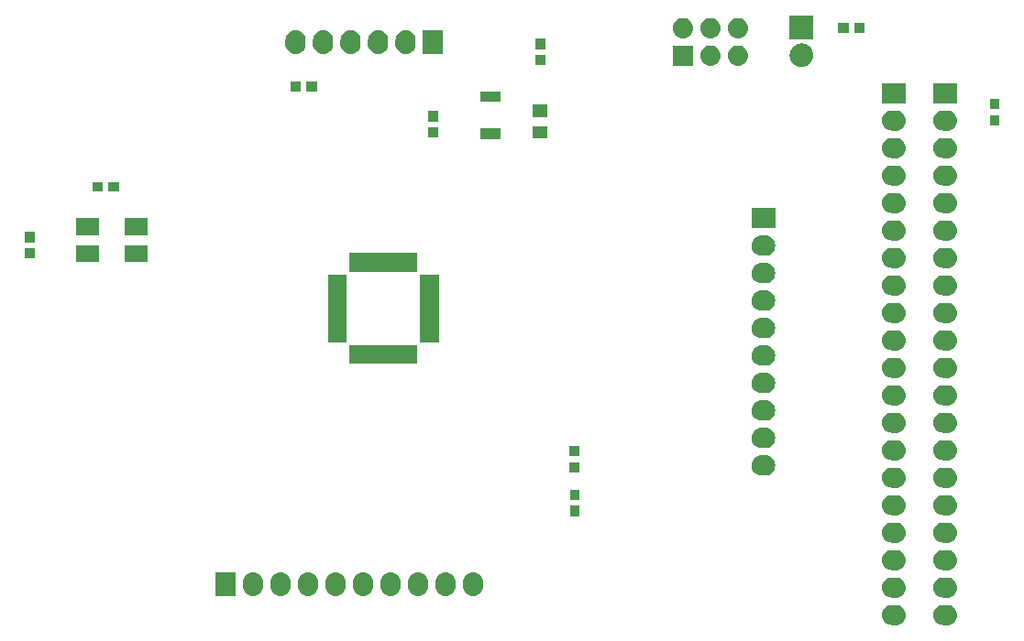
<source format=gts>
G04 #@! TF.FileFunction,Soldermask,Top*
%FSLAX46Y46*%
G04 Gerber Fmt 4.6, Leading zero omitted, Abs format (unit mm)*
G04 Created by KiCad (PCBNEW 4.0.6) date Sat Aug 26 00:36:03 2017*
%MOMM*%
%LPD*%
G01*
G04 APERTURE LIST*
%ADD10C,0.100000*%
G04 APERTURE END LIST*
D10*
G36*
X218668749Y-109710277D02*
X218668754Y-109710278D01*
X218670807Y-109710292D01*
X218853080Y-109730737D01*
X219027912Y-109786197D01*
X219188641Y-109874558D01*
X219329146Y-109992456D01*
X219444076Y-110135400D01*
X219529052Y-110297945D01*
X219580839Y-110473899D01*
X219580843Y-110473940D01*
X219580844Y-110473944D01*
X219597463Y-110656558D01*
X219579648Y-110826056D01*
X219578290Y-110838973D01*
X219524052Y-111014187D01*
X219436815Y-111175529D01*
X219319900Y-111316855D01*
X219177762Y-111432779D01*
X219015815Y-111518888D01*
X218840226Y-111571902D01*
X218657685Y-111589800D01*
X218342283Y-111589800D01*
X218331251Y-111589723D01*
X218331246Y-111589722D01*
X218329193Y-111589708D01*
X218146920Y-111569263D01*
X217972088Y-111513803D01*
X217811359Y-111425442D01*
X217670854Y-111307544D01*
X217555924Y-111164600D01*
X217470948Y-111002055D01*
X217419161Y-110826101D01*
X217419157Y-110826060D01*
X217419156Y-110826056D01*
X217402537Y-110643442D01*
X217421705Y-110461074D01*
X217421710Y-110461027D01*
X217475948Y-110285813D01*
X217563185Y-110124471D01*
X217680100Y-109983145D01*
X217822238Y-109867221D01*
X217984185Y-109781112D01*
X218159774Y-109728098D01*
X218342315Y-109710200D01*
X218657717Y-109710200D01*
X218668749Y-109710277D01*
X218668749Y-109710277D01*
G37*
G36*
X213948749Y-109710277D02*
X213948754Y-109710278D01*
X213950807Y-109710292D01*
X214133080Y-109730737D01*
X214307912Y-109786197D01*
X214468641Y-109874558D01*
X214609146Y-109992456D01*
X214724076Y-110135400D01*
X214809052Y-110297945D01*
X214860839Y-110473899D01*
X214860843Y-110473940D01*
X214860844Y-110473944D01*
X214877463Y-110656558D01*
X214859648Y-110826056D01*
X214858290Y-110838973D01*
X214804052Y-111014187D01*
X214716815Y-111175529D01*
X214599900Y-111316855D01*
X214457762Y-111432779D01*
X214295815Y-111518888D01*
X214120226Y-111571902D01*
X213937685Y-111589800D01*
X213622283Y-111589800D01*
X213611251Y-111589723D01*
X213611246Y-111589722D01*
X213609193Y-111589708D01*
X213426920Y-111569263D01*
X213252088Y-111513803D01*
X213091359Y-111425442D01*
X212950854Y-111307544D01*
X212835924Y-111164600D01*
X212750948Y-111002055D01*
X212699161Y-110826101D01*
X212699157Y-110826060D01*
X212699156Y-110826056D01*
X212682537Y-110643442D01*
X212701705Y-110461074D01*
X212701710Y-110461027D01*
X212755948Y-110285813D01*
X212843185Y-110124471D01*
X212960100Y-109983145D01*
X213102238Y-109867221D01*
X213264185Y-109781112D01*
X213439774Y-109728098D01*
X213622315Y-109710200D01*
X213937717Y-109710200D01*
X213948749Y-109710277D01*
X213948749Y-109710277D01*
G37*
G36*
X218668749Y-107170277D02*
X218668754Y-107170278D01*
X218670807Y-107170292D01*
X218853080Y-107190737D01*
X219027912Y-107246197D01*
X219188641Y-107334558D01*
X219329146Y-107452456D01*
X219444076Y-107595400D01*
X219529052Y-107757945D01*
X219580839Y-107933899D01*
X219580843Y-107933940D01*
X219580844Y-107933944D01*
X219597463Y-108116558D01*
X219579648Y-108286056D01*
X219578290Y-108298973D01*
X219524052Y-108474187D01*
X219436815Y-108635529D01*
X219319900Y-108776855D01*
X219177762Y-108892779D01*
X219015815Y-108978888D01*
X218840226Y-109031902D01*
X218657685Y-109049800D01*
X218342283Y-109049800D01*
X218331251Y-109049723D01*
X218331246Y-109049722D01*
X218329193Y-109049708D01*
X218146920Y-109029263D01*
X217972088Y-108973803D01*
X217811359Y-108885442D01*
X217670854Y-108767544D01*
X217555924Y-108624600D01*
X217470948Y-108462055D01*
X217419161Y-108286101D01*
X217419157Y-108286060D01*
X217419156Y-108286056D01*
X217402537Y-108103442D01*
X217421705Y-107921074D01*
X217421710Y-107921027D01*
X217475948Y-107745813D01*
X217563185Y-107584471D01*
X217680100Y-107443145D01*
X217822238Y-107327221D01*
X217984185Y-107241112D01*
X218159774Y-107188098D01*
X218342315Y-107170200D01*
X218657717Y-107170200D01*
X218668749Y-107170277D01*
X218668749Y-107170277D01*
G37*
G36*
X213948749Y-107170277D02*
X213948754Y-107170278D01*
X213950807Y-107170292D01*
X214133080Y-107190737D01*
X214307912Y-107246197D01*
X214468641Y-107334558D01*
X214609146Y-107452456D01*
X214724076Y-107595400D01*
X214809052Y-107757945D01*
X214860839Y-107933899D01*
X214860843Y-107933940D01*
X214860844Y-107933944D01*
X214877463Y-108116558D01*
X214859648Y-108286056D01*
X214858290Y-108298973D01*
X214804052Y-108474187D01*
X214716815Y-108635529D01*
X214599900Y-108776855D01*
X214457762Y-108892779D01*
X214295815Y-108978888D01*
X214120226Y-109031902D01*
X213937685Y-109049800D01*
X213622283Y-109049800D01*
X213611251Y-109049723D01*
X213611246Y-109049722D01*
X213609193Y-109049708D01*
X213426920Y-109029263D01*
X213252088Y-108973803D01*
X213091359Y-108885442D01*
X212950854Y-108767544D01*
X212835924Y-108624600D01*
X212750948Y-108462055D01*
X212699161Y-108286101D01*
X212699157Y-108286060D01*
X212699156Y-108286056D01*
X212682537Y-108103442D01*
X212701705Y-107921074D01*
X212701710Y-107921027D01*
X212755948Y-107745813D01*
X212843185Y-107584471D01*
X212960100Y-107443145D01*
X213102238Y-107327221D01*
X213264185Y-107241112D01*
X213439774Y-107188098D01*
X213622315Y-107170200D01*
X213937717Y-107170200D01*
X213948749Y-107170277D01*
X213948749Y-107170277D01*
G37*
G36*
X154778926Y-106711705D02*
X154778973Y-106711710D01*
X154954187Y-106765948D01*
X155115529Y-106853185D01*
X155256855Y-106970100D01*
X155372779Y-107112238D01*
X155458888Y-107274185D01*
X155511902Y-107449774D01*
X155529800Y-107632315D01*
X155529800Y-107947717D01*
X155529723Y-107958749D01*
X155529722Y-107958754D01*
X155529708Y-107960807D01*
X155509263Y-108143080D01*
X155453803Y-108317912D01*
X155365442Y-108478641D01*
X155247544Y-108619146D01*
X155104600Y-108734076D01*
X154942055Y-108819052D01*
X154766101Y-108870839D01*
X154766060Y-108870843D01*
X154766056Y-108870844D01*
X154583442Y-108887463D01*
X154401074Y-108868295D01*
X154401027Y-108868290D01*
X154225813Y-108814052D01*
X154064471Y-108726815D01*
X153923145Y-108609900D01*
X153807221Y-108467762D01*
X153721112Y-108305815D01*
X153668098Y-108130226D01*
X153650200Y-107947685D01*
X153650200Y-107632283D01*
X153650277Y-107621251D01*
X153650278Y-107621246D01*
X153650292Y-107619193D01*
X153670737Y-107436920D01*
X153726197Y-107262088D01*
X153814558Y-107101359D01*
X153932456Y-106960854D01*
X154075400Y-106845924D01*
X154237945Y-106760948D01*
X154413899Y-106709161D01*
X154413940Y-106709157D01*
X154413944Y-106709156D01*
X154596558Y-106692537D01*
X154778926Y-106711705D01*
X154778926Y-106711705D01*
G37*
G36*
X175098926Y-106711705D02*
X175098973Y-106711710D01*
X175274187Y-106765948D01*
X175435529Y-106853185D01*
X175576855Y-106970100D01*
X175692779Y-107112238D01*
X175778888Y-107274185D01*
X175831902Y-107449774D01*
X175849800Y-107632315D01*
X175849800Y-107947717D01*
X175849723Y-107958749D01*
X175849722Y-107958754D01*
X175849708Y-107960807D01*
X175829263Y-108143080D01*
X175773803Y-108317912D01*
X175685442Y-108478641D01*
X175567544Y-108619146D01*
X175424600Y-108734076D01*
X175262055Y-108819052D01*
X175086101Y-108870839D01*
X175086060Y-108870843D01*
X175086056Y-108870844D01*
X174903442Y-108887463D01*
X174721074Y-108868295D01*
X174721027Y-108868290D01*
X174545813Y-108814052D01*
X174384471Y-108726815D01*
X174243145Y-108609900D01*
X174127221Y-108467762D01*
X174041112Y-108305815D01*
X173988098Y-108130226D01*
X173970200Y-107947685D01*
X173970200Y-107632283D01*
X173970277Y-107621251D01*
X173970278Y-107621246D01*
X173970292Y-107619193D01*
X173990737Y-107436920D01*
X174046197Y-107262088D01*
X174134558Y-107101359D01*
X174252456Y-106960854D01*
X174395400Y-106845924D01*
X174557945Y-106760948D01*
X174733899Y-106709161D01*
X174733940Y-106709157D01*
X174733944Y-106709156D01*
X174916558Y-106692537D01*
X175098926Y-106711705D01*
X175098926Y-106711705D01*
G37*
G36*
X172558926Y-106711705D02*
X172558973Y-106711710D01*
X172734187Y-106765948D01*
X172895529Y-106853185D01*
X173036855Y-106970100D01*
X173152779Y-107112238D01*
X173238888Y-107274185D01*
X173291902Y-107449774D01*
X173309800Y-107632315D01*
X173309800Y-107947717D01*
X173309723Y-107958749D01*
X173309722Y-107958754D01*
X173309708Y-107960807D01*
X173289263Y-108143080D01*
X173233803Y-108317912D01*
X173145442Y-108478641D01*
X173027544Y-108619146D01*
X172884600Y-108734076D01*
X172722055Y-108819052D01*
X172546101Y-108870839D01*
X172546060Y-108870843D01*
X172546056Y-108870844D01*
X172363442Y-108887463D01*
X172181074Y-108868295D01*
X172181027Y-108868290D01*
X172005813Y-108814052D01*
X171844471Y-108726815D01*
X171703145Y-108609900D01*
X171587221Y-108467762D01*
X171501112Y-108305815D01*
X171448098Y-108130226D01*
X171430200Y-107947685D01*
X171430200Y-107632283D01*
X171430277Y-107621251D01*
X171430278Y-107621246D01*
X171430292Y-107619193D01*
X171450737Y-107436920D01*
X171506197Y-107262088D01*
X171594558Y-107101359D01*
X171712456Y-106960854D01*
X171855400Y-106845924D01*
X172017945Y-106760948D01*
X172193899Y-106709161D01*
X172193940Y-106709157D01*
X172193944Y-106709156D01*
X172376558Y-106692537D01*
X172558926Y-106711705D01*
X172558926Y-106711705D01*
G37*
G36*
X170018926Y-106711705D02*
X170018973Y-106711710D01*
X170194187Y-106765948D01*
X170355529Y-106853185D01*
X170496855Y-106970100D01*
X170612779Y-107112238D01*
X170698888Y-107274185D01*
X170751902Y-107449774D01*
X170769800Y-107632315D01*
X170769800Y-107947717D01*
X170769723Y-107958749D01*
X170769722Y-107958754D01*
X170769708Y-107960807D01*
X170749263Y-108143080D01*
X170693803Y-108317912D01*
X170605442Y-108478641D01*
X170487544Y-108619146D01*
X170344600Y-108734076D01*
X170182055Y-108819052D01*
X170006101Y-108870839D01*
X170006060Y-108870843D01*
X170006056Y-108870844D01*
X169823442Y-108887463D01*
X169641074Y-108868295D01*
X169641027Y-108868290D01*
X169465813Y-108814052D01*
X169304471Y-108726815D01*
X169163145Y-108609900D01*
X169047221Y-108467762D01*
X168961112Y-108305815D01*
X168908098Y-108130226D01*
X168890200Y-107947685D01*
X168890200Y-107632283D01*
X168890277Y-107621251D01*
X168890278Y-107621246D01*
X168890292Y-107619193D01*
X168910737Y-107436920D01*
X168966197Y-107262088D01*
X169054558Y-107101359D01*
X169172456Y-106960854D01*
X169315400Y-106845924D01*
X169477945Y-106760948D01*
X169653899Y-106709161D01*
X169653940Y-106709157D01*
X169653944Y-106709156D01*
X169836558Y-106692537D01*
X170018926Y-106711705D01*
X170018926Y-106711705D01*
G37*
G36*
X167478926Y-106711705D02*
X167478973Y-106711710D01*
X167654187Y-106765948D01*
X167815529Y-106853185D01*
X167956855Y-106970100D01*
X168072779Y-107112238D01*
X168158888Y-107274185D01*
X168211902Y-107449774D01*
X168229800Y-107632315D01*
X168229800Y-107947717D01*
X168229723Y-107958749D01*
X168229722Y-107958754D01*
X168229708Y-107960807D01*
X168209263Y-108143080D01*
X168153803Y-108317912D01*
X168065442Y-108478641D01*
X167947544Y-108619146D01*
X167804600Y-108734076D01*
X167642055Y-108819052D01*
X167466101Y-108870839D01*
X167466060Y-108870843D01*
X167466056Y-108870844D01*
X167283442Y-108887463D01*
X167101074Y-108868295D01*
X167101027Y-108868290D01*
X166925813Y-108814052D01*
X166764471Y-108726815D01*
X166623145Y-108609900D01*
X166507221Y-108467762D01*
X166421112Y-108305815D01*
X166368098Y-108130226D01*
X166350200Y-107947685D01*
X166350200Y-107632283D01*
X166350277Y-107621251D01*
X166350278Y-107621246D01*
X166350292Y-107619193D01*
X166370737Y-107436920D01*
X166426197Y-107262088D01*
X166514558Y-107101359D01*
X166632456Y-106960854D01*
X166775400Y-106845924D01*
X166937945Y-106760948D01*
X167113899Y-106709161D01*
X167113940Y-106709157D01*
X167113944Y-106709156D01*
X167296558Y-106692537D01*
X167478926Y-106711705D01*
X167478926Y-106711705D01*
G37*
G36*
X164938926Y-106711705D02*
X164938973Y-106711710D01*
X165114187Y-106765948D01*
X165275529Y-106853185D01*
X165416855Y-106970100D01*
X165532779Y-107112238D01*
X165618888Y-107274185D01*
X165671902Y-107449774D01*
X165689800Y-107632315D01*
X165689800Y-107947717D01*
X165689723Y-107958749D01*
X165689722Y-107958754D01*
X165689708Y-107960807D01*
X165669263Y-108143080D01*
X165613803Y-108317912D01*
X165525442Y-108478641D01*
X165407544Y-108619146D01*
X165264600Y-108734076D01*
X165102055Y-108819052D01*
X164926101Y-108870839D01*
X164926060Y-108870843D01*
X164926056Y-108870844D01*
X164743442Y-108887463D01*
X164561074Y-108868295D01*
X164561027Y-108868290D01*
X164385813Y-108814052D01*
X164224471Y-108726815D01*
X164083145Y-108609900D01*
X163967221Y-108467762D01*
X163881112Y-108305815D01*
X163828098Y-108130226D01*
X163810200Y-107947685D01*
X163810200Y-107632283D01*
X163810277Y-107621251D01*
X163810278Y-107621246D01*
X163810292Y-107619193D01*
X163830737Y-107436920D01*
X163886197Y-107262088D01*
X163974558Y-107101359D01*
X164092456Y-106960854D01*
X164235400Y-106845924D01*
X164397945Y-106760948D01*
X164573899Y-106709161D01*
X164573940Y-106709157D01*
X164573944Y-106709156D01*
X164756558Y-106692537D01*
X164938926Y-106711705D01*
X164938926Y-106711705D01*
G37*
G36*
X162398926Y-106711705D02*
X162398973Y-106711710D01*
X162574187Y-106765948D01*
X162735529Y-106853185D01*
X162876855Y-106970100D01*
X162992779Y-107112238D01*
X163078888Y-107274185D01*
X163131902Y-107449774D01*
X163149800Y-107632315D01*
X163149800Y-107947717D01*
X163149723Y-107958749D01*
X163149722Y-107958754D01*
X163149708Y-107960807D01*
X163129263Y-108143080D01*
X163073803Y-108317912D01*
X162985442Y-108478641D01*
X162867544Y-108619146D01*
X162724600Y-108734076D01*
X162562055Y-108819052D01*
X162386101Y-108870839D01*
X162386060Y-108870843D01*
X162386056Y-108870844D01*
X162203442Y-108887463D01*
X162021074Y-108868295D01*
X162021027Y-108868290D01*
X161845813Y-108814052D01*
X161684471Y-108726815D01*
X161543145Y-108609900D01*
X161427221Y-108467762D01*
X161341112Y-108305815D01*
X161288098Y-108130226D01*
X161270200Y-107947685D01*
X161270200Y-107632283D01*
X161270277Y-107621251D01*
X161270278Y-107621246D01*
X161270292Y-107619193D01*
X161290737Y-107436920D01*
X161346197Y-107262088D01*
X161434558Y-107101359D01*
X161552456Y-106960854D01*
X161695400Y-106845924D01*
X161857945Y-106760948D01*
X162033899Y-106709161D01*
X162033940Y-106709157D01*
X162033944Y-106709156D01*
X162216558Y-106692537D01*
X162398926Y-106711705D01*
X162398926Y-106711705D01*
G37*
G36*
X159858926Y-106711705D02*
X159858973Y-106711710D01*
X160034187Y-106765948D01*
X160195529Y-106853185D01*
X160336855Y-106970100D01*
X160452779Y-107112238D01*
X160538888Y-107274185D01*
X160591902Y-107449774D01*
X160609800Y-107632315D01*
X160609800Y-107947717D01*
X160609723Y-107958749D01*
X160609722Y-107958754D01*
X160609708Y-107960807D01*
X160589263Y-108143080D01*
X160533803Y-108317912D01*
X160445442Y-108478641D01*
X160327544Y-108619146D01*
X160184600Y-108734076D01*
X160022055Y-108819052D01*
X159846101Y-108870839D01*
X159846060Y-108870843D01*
X159846056Y-108870844D01*
X159663442Y-108887463D01*
X159481074Y-108868295D01*
X159481027Y-108868290D01*
X159305813Y-108814052D01*
X159144471Y-108726815D01*
X159003145Y-108609900D01*
X158887221Y-108467762D01*
X158801112Y-108305815D01*
X158748098Y-108130226D01*
X158730200Y-107947685D01*
X158730200Y-107632283D01*
X158730277Y-107621251D01*
X158730278Y-107621246D01*
X158730292Y-107619193D01*
X158750737Y-107436920D01*
X158806197Y-107262088D01*
X158894558Y-107101359D01*
X159012456Y-106960854D01*
X159155400Y-106845924D01*
X159317945Y-106760948D01*
X159493899Y-106709161D01*
X159493940Y-106709157D01*
X159493944Y-106709156D01*
X159676558Y-106692537D01*
X159858926Y-106711705D01*
X159858926Y-106711705D01*
G37*
G36*
X157318926Y-106711705D02*
X157318973Y-106711710D01*
X157494187Y-106765948D01*
X157655529Y-106853185D01*
X157796855Y-106970100D01*
X157912779Y-107112238D01*
X157998888Y-107274185D01*
X158051902Y-107449774D01*
X158069800Y-107632315D01*
X158069800Y-107947717D01*
X158069723Y-107958749D01*
X158069722Y-107958754D01*
X158069708Y-107960807D01*
X158049263Y-108143080D01*
X157993803Y-108317912D01*
X157905442Y-108478641D01*
X157787544Y-108619146D01*
X157644600Y-108734076D01*
X157482055Y-108819052D01*
X157306101Y-108870839D01*
X157306060Y-108870843D01*
X157306056Y-108870844D01*
X157123442Y-108887463D01*
X156941074Y-108868295D01*
X156941027Y-108868290D01*
X156765813Y-108814052D01*
X156604471Y-108726815D01*
X156463145Y-108609900D01*
X156347221Y-108467762D01*
X156261112Y-108305815D01*
X156208098Y-108130226D01*
X156190200Y-107947685D01*
X156190200Y-107632283D01*
X156190277Y-107621251D01*
X156190278Y-107621246D01*
X156190292Y-107619193D01*
X156210737Y-107436920D01*
X156266197Y-107262088D01*
X156354558Y-107101359D01*
X156472456Y-106960854D01*
X156615400Y-106845924D01*
X156777945Y-106760948D01*
X156953899Y-106709161D01*
X156953940Y-106709157D01*
X156953944Y-106709156D01*
X157136558Y-106692537D01*
X157318926Y-106711705D01*
X157318926Y-106711705D01*
G37*
G36*
X152989800Y-108882200D02*
X151110200Y-108882200D01*
X151110200Y-106697800D01*
X152989800Y-106697800D01*
X152989800Y-108882200D01*
X152989800Y-108882200D01*
G37*
G36*
X213948749Y-104630277D02*
X213948754Y-104630278D01*
X213950807Y-104630292D01*
X214133080Y-104650737D01*
X214307912Y-104706197D01*
X214468641Y-104794558D01*
X214609146Y-104912456D01*
X214724076Y-105055400D01*
X214809052Y-105217945D01*
X214860839Y-105393899D01*
X214860843Y-105393940D01*
X214860844Y-105393944D01*
X214877463Y-105576558D01*
X214859648Y-105746056D01*
X214858290Y-105758973D01*
X214804052Y-105934187D01*
X214716815Y-106095529D01*
X214599900Y-106236855D01*
X214457762Y-106352779D01*
X214295815Y-106438888D01*
X214120226Y-106491902D01*
X213937685Y-106509800D01*
X213622283Y-106509800D01*
X213611251Y-106509723D01*
X213611246Y-106509722D01*
X213609193Y-106509708D01*
X213426920Y-106489263D01*
X213252088Y-106433803D01*
X213091359Y-106345442D01*
X212950854Y-106227544D01*
X212835924Y-106084600D01*
X212750948Y-105922055D01*
X212699161Y-105746101D01*
X212699157Y-105746060D01*
X212699156Y-105746056D01*
X212682537Y-105563442D01*
X212701705Y-105381074D01*
X212701710Y-105381027D01*
X212755948Y-105205813D01*
X212843185Y-105044471D01*
X212960100Y-104903145D01*
X213102238Y-104787221D01*
X213264185Y-104701112D01*
X213439774Y-104648098D01*
X213622315Y-104630200D01*
X213937717Y-104630200D01*
X213948749Y-104630277D01*
X213948749Y-104630277D01*
G37*
G36*
X218668749Y-104630277D02*
X218668754Y-104630278D01*
X218670807Y-104630292D01*
X218853080Y-104650737D01*
X219027912Y-104706197D01*
X219188641Y-104794558D01*
X219329146Y-104912456D01*
X219444076Y-105055400D01*
X219529052Y-105217945D01*
X219580839Y-105393899D01*
X219580843Y-105393940D01*
X219580844Y-105393944D01*
X219597463Y-105576558D01*
X219579648Y-105746056D01*
X219578290Y-105758973D01*
X219524052Y-105934187D01*
X219436815Y-106095529D01*
X219319900Y-106236855D01*
X219177762Y-106352779D01*
X219015815Y-106438888D01*
X218840226Y-106491902D01*
X218657685Y-106509800D01*
X218342283Y-106509800D01*
X218331251Y-106509723D01*
X218331246Y-106509722D01*
X218329193Y-106509708D01*
X218146920Y-106489263D01*
X217972088Y-106433803D01*
X217811359Y-106345442D01*
X217670854Y-106227544D01*
X217555924Y-106084600D01*
X217470948Y-105922055D01*
X217419161Y-105746101D01*
X217419157Y-105746060D01*
X217419156Y-105746056D01*
X217402537Y-105563442D01*
X217421705Y-105381074D01*
X217421710Y-105381027D01*
X217475948Y-105205813D01*
X217563185Y-105044471D01*
X217680100Y-104903145D01*
X217822238Y-104787221D01*
X217984185Y-104701112D01*
X218159774Y-104648098D01*
X218342315Y-104630200D01*
X218657717Y-104630200D01*
X218668749Y-104630277D01*
X218668749Y-104630277D01*
G37*
G36*
X213948749Y-102090277D02*
X213948754Y-102090278D01*
X213950807Y-102090292D01*
X214133080Y-102110737D01*
X214307912Y-102166197D01*
X214468641Y-102254558D01*
X214609146Y-102372456D01*
X214724076Y-102515400D01*
X214809052Y-102677945D01*
X214860839Y-102853899D01*
X214860843Y-102853940D01*
X214860844Y-102853944D01*
X214877463Y-103036558D01*
X214859648Y-103206056D01*
X214858290Y-103218973D01*
X214804052Y-103394187D01*
X214716815Y-103555529D01*
X214599900Y-103696855D01*
X214457762Y-103812779D01*
X214295815Y-103898888D01*
X214120226Y-103951902D01*
X213937685Y-103969800D01*
X213622283Y-103969800D01*
X213611251Y-103969723D01*
X213611246Y-103969722D01*
X213609193Y-103969708D01*
X213426920Y-103949263D01*
X213252088Y-103893803D01*
X213091359Y-103805442D01*
X212950854Y-103687544D01*
X212835924Y-103544600D01*
X212750948Y-103382055D01*
X212699161Y-103206101D01*
X212699157Y-103206060D01*
X212699156Y-103206056D01*
X212682537Y-103023442D01*
X212701705Y-102841074D01*
X212701710Y-102841027D01*
X212755948Y-102665813D01*
X212843185Y-102504471D01*
X212960100Y-102363145D01*
X213102238Y-102247221D01*
X213264185Y-102161112D01*
X213439774Y-102108098D01*
X213622315Y-102090200D01*
X213937717Y-102090200D01*
X213948749Y-102090277D01*
X213948749Y-102090277D01*
G37*
G36*
X218668749Y-102090277D02*
X218668754Y-102090278D01*
X218670807Y-102090292D01*
X218853080Y-102110737D01*
X219027912Y-102166197D01*
X219188641Y-102254558D01*
X219329146Y-102372456D01*
X219444076Y-102515400D01*
X219529052Y-102677945D01*
X219580839Y-102853899D01*
X219580843Y-102853940D01*
X219580844Y-102853944D01*
X219597463Y-103036558D01*
X219579648Y-103206056D01*
X219578290Y-103218973D01*
X219524052Y-103394187D01*
X219436815Y-103555529D01*
X219319900Y-103696855D01*
X219177762Y-103812779D01*
X219015815Y-103898888D01*
X218840226Y-103951902D01*
X218657685Y-103969800D01*
X218342283Y-103969800D01*
X218331251Y-103969723D01*
X218331246Y-103969722D01*
X218329193Y-103969708D01*
X218146920Y-103949263D01*
X217972088Y-103893803D01*
X217811359Y-103805442D01*
X217670854Y-103687544D01*
X217555924Y-103544600D01*
X217470948Y-103382055D01*
X217419161Y-103206101D01*
X217419157Y-103206060D01*
X217419156Y-103206056D01*
X217402537Y-103023442D01*
X217421705Y-102841074D01*
X217421710Y-102841027D01*
X217475948Y-102665813D01*
X217563185Y-102504471D01*
X217680100Y-102363145D01*
X217822238Y-102247221D01*
X217984185Y-102161112D01*
X218159774Y-102108098D01*
X218342315Y-102090200D01*
X218657717Y-102090200D01*
X218668749Y-102090277D01*
X218668749Y-102090277D01*
G37*
G36*
X184750800Y-101511400D02*
X183848400Y-101511400D01*
X183848400Y-100559000D01*
X184750800Y-100559000D01*
X184750800Y-101511400D01*
X184750800Y-101511400D01*
G37*
G36*
X218668749Y-99550277D02*
X218668754Y-99550278D01*
X218670807Y-99550292D01*
X218853080Y-99570737D01*
X219027912Y-99626197D01*
X219188641Y-99714558D01*
X219329146Y-99832456D01*
X219444076Y-99975400D01*
X219529052Y-100137945D01*
X219580839Y-100313899D01*
X219580843Y-100313940D01*
X219580844Y-100313944D01*
X219597463Y-100496558D01*
X219579648Y-100666056D01*
X219578290Y-100678973D01*
X219524052Y-100854187D01*
X219436815Y-101015529D01*
X219319900Y-101156855D01*
X219177762Y-101272779D01*
X219015815Y-101358888D01*
X218840226Y-101411902D01*
X218657685Y-101429800D01*
X218342283Y-101429800D01*
X218331251Y-101429723D01*
X218331246Y-101429722D01*
X218329193Y-101429708D01*
X218146920Y-101409263D01*
X217972088Y-101353803D01*
X217811359Y-101265442D01*
X217670854Y-101147544D01*
X217555924Y-101004600D01*
X217470948Y-100842055D01*
X217419161Y-100666101D01*
X217419157Y-100666060D01*
X217419156Y-100666056D01*
X217402537Y-100483442D01*
X217421705Y-100301074D01*
X217421710Y-100301027D01*
X217475948Y-100125813D01*
X217563185Y-99964471D01*
X217680100Y-99823145D01*
X217822238Y-99707221D01*
X217984185Y-99621112D01*
X218159774Y-99568098D01*
X218342315Y-99550200D01*
X218657717Y-99550200D01*
X218668749Y-99550277D01*
X218668749Y-99550277D01*
G37*
G36*
X213948749Y-99550277D02*
X213948754Y-99550278D01*
X213950807Y-99550292D01*
X214133080Y-99570737D01*
X214307912Y-99626197D01*
X214468641Y-99714558D01*
X214609146Y-99832456D01*
X214724076Y-99975400D01*
X214809052Y-100137945D01*
X214860839Y-100313899D01*
X214860843Y-100313940D01*
X214860844Y-100313944D01*
X214877463Y-100496558D01*
X214859648Y-100666056D01*
X214858290Y-100678973D01*
X214804052Y-100854187D01*
X214716815Y-101015529D01*
X214599900Y-101156855D01*
X214457762Y-101272779D01*
X214295815Y-101358888D01*
X214120226Y-101411902D01*
X213937685Y-101429800D01*
X213622283Y-101429800D01*
X213611251Y-101429723D01*
X213611246Y-101429722D01*
X213609193Y-101429708D01*
X213426920Y-101409263D01*
X213252088Y-101353803D01*
X213091359Y-101265442D01*
X212950854Y-101147544D01*
X212835924Y-101004600D01*
X212750948Y-100842055D01*
X212699161Y-100666101D01*
X212699157Y-100666060D01*
X212699156Y-100666056D01*
X212682537Y-100483442D01*
X212701705Y-100301074D01*
X212701710Y-100301027D01*
X212755948Y-100125813D01*
X212843185Y-99964471D01*
X212960100Y-99823145D01*
X213102238Y-99707221D01*
X213264185Y-99621112D01*
X213439774Y-99568098D01*
X213622315Y-99550200D01*
X213937717Y-99550200D01*
X213948749Y-99550277D01*
X213948749Y-99550277D01*
G37*
G36*
X184750800Y-100011400D02*
X183848400Y-100011400D01*
X183848400Y-99059000D01*
X184750800Y-99059000D01*
X184750800Y-100011400D01*
X184750800Y-100011400D01*
G37*
G36*
X213948749Y-97010277D02*
X213948754Y-97010278D01*
X213950807Y-97010292D01*
X214133080Y-97030737D01*
X214307912Y-97086197D01*
X214468641Y-97174558D01*
X214609146Y-97292456D01*
X214724076Y-97435400D01*
X214809052Y-97597945D01*
X214860839Y-97773899D01*
X214860843Y-97773940D01*
X214860844Y-97773944D01*
X214877463Y-97956558D01*
X214859648Y-98126056D01*
X214858290Y-98138973D01*
X214804052Y-98314187D01*
X214716815Y-98475529D01*
X214599900Y-98616855D01*
X214457762Y-98732779D01*
X214295815Y-98818888D01*
X214120226Y-98871902D01*
X213937685Y-98889800D01*
X213622283Y-98889800D01*
X213611251Y-98889723D01*
X213611246Y-98889722D01*
X213609193Y-98889708D01*
X213426920Y-98869263D01*
X213252088Y-98813803D01*
X213091359Y-98725442D01*
X212950854Y-98607544D01*
X212835924Y-98464600D01*
X212750948Y-98302055D01*
X212699161Y-98126101D01*
X212699157Y-98126060D01*
X212699156Y-98126056D01*
X212682537Y-97943442D01*
X212701705Y-97761074D01*
X212701710Y-97761027D01*
X212755948Y-97585813D01*
X212843185Y-97424471D01*
X212960100Y-97283145D01*
X213102238Y-97167221D01*
X213264185Y-97081112D01*
X213439774Y-97028098D01*
X213622315Y-97010200D01*
X213937717Y-97010200D01*
X213948749Y-97010277D01*
X213948749Y-97010277D01*
G37*
G36*
X218668749Y-97010277D02*
X218668754Y-97010278D01*
X218670807Y-97010292D01*
X218853080Y-97030737D01*
X219027912Y-97086197D01*
X219188641Y-97174558D01*
X219329146Y-97292456D01*
X219444076Y-97435400D01*
X219529052Y-97597945D01*
X219580839Y-97773899D01*
X219580843Y-97773940D01*
X219580844Y-97773944D01*
X219597463Y-97956558D01*
X219579648Y-98126056D01*
X219578290Y-98138973D01*
X219524052Y-98314187D01*
X219436815Y-98475529D01*
X219319900Y-98616855D01*
X219177762Y-98732779D01*
X219015815Y-98818888D01*
X218840226Y-98871902D01*
X218657685Y-98889800D01*
X218342283Y-98889800D01*
X218331251Y-98889723D01*
X218331246Y-98889722D01*
X218329193Y-98889708D01*
X218146920Y-98869263D01*
X217972088Y-98813803D01*
X217811359Y-98725442D01*
X217670854Y-98607544D01*
X217555924Y-98464600D01*
X217470948Y-98302055D01*
X217419161Y-98126101D01*
X217419157Y-98126060D01*
X217419156Y-98126056D01*
X217402537Y-97943442D01*
X217421705Y-97761074D01*
X217421710Y-97761027D01*
X217475948Y-97585813D01*
X217563185Y-97424471D01*
X217680100Y-97283145D01*
X217822238Y-97167221D01*
X217984185Y-97081112D01*
X218159774Y-97028098D01*
X218342315Y-97010200D01*
X218657717Y-97010200D01*
X218668749Y-97010277D01*
X218668749Y-97010277D01*
G37*
G36*
X201878749Y-95880277D02*
X201878754Y-95880278D01*
X201880807Y-95880292D01*
X202063080Y-95900737D01*
X202237912Y-95956197D01*
X202398641Y-96044558D01*
X202539146Y-96162456D01*
X202654076Y-96305400D01*
X202739052Y-96467945D01*
X202790839Y-96643899D01*
X202790843Y-96643940D01*
X202790844Y-96643944D01*
X202807463Y-96826558D01*
X202789648Y-96996056D01*
X202788290Y-97008973D01*
X202734052Y-97184187D01*
X202646815Y-97345529D01*
X202529900Y-97486855D01*
X202387762Y-97602779D01*
X202225815Y-97688888D01*
X202050226Y-97741902D01*
X201867685Y-97759800D01*
X201552283Y-97759800D01*
X201541251Y-97759723D01*
X201541246Y-97759722D01*
X201539193Y-97759708D01*
X201356920Y-97739263D01*
X201182088Y-97683803D01*
X201021359Y-97595442D01*
X200880854Y-97477544D01*
X200765924Y-97334600D01*
X200680948Y-97172055D01*
X200629161Y-96996101D01*
X200629157Y-96996060D01*
X200629156Y-96996056D01*
X200612537Y-96813442D01*
X200631705Y-96631074D01*
X200631710Y-96631027D01*
X200685948Y-96455813D01*
X200773185Y-96294471D01*
X200890100Y-96153145D01*
X201032238Y-96037221D01*
X201194185Y-95951112D01*
X201369774Y-95898098D01*
X201552315Y-95880200D01*
X201867717Y-95880200D01*
X201878749Y-95880277D01*
X201878749Y-95880277D01*
G37*
G36*
X184695400Y-97461800D02*
X183793000Y-97461800D01*
X183793000Y-96509400D01*
X184695400Y-96509400D01*
X184695400Y-97461800D01*
X184695400Y-97461800D01*
G37*
G36*
X213948749Y-94470277D02*
X213948754Y-94470278D01*
X213950807Y-94470292D01*
X214133080Y-94490737D01*
X214307912Y-94546197D01*
X214468641Y-94634558D01*
X214609146Y-94752456D01*
X214724076Y-94895400D01*
X214809052Y-95057945D01*
X214860839Y-95233899D01*
X214860843Y-95233940D01*
X214860844Y-95233944D01*
X214877463Y-95416558D01*
X214859648Y-95586056D01*
X214858290Y-95598973D01*
X214804052Y-95774187D01*
X214716815Y-95935529D01*
X214599900Y-96076855D01*
X214457762Y-96192779D01*
X214295815Y-96278888D01*
X214120226Y-96331902D01*
X213937685Y-96349800D01*
X213622283Y-96349800D01*
X213611251Y-96349723D01*
X213611246Y-96349722D01*
X213609193Y-96349708D01*
X213426920Y-96329263D01*
X213252088Y-96273803D01*
X213091359Y-96185442D01*
X212950854Y-96067544D01*
X212835924Y-95924600D01*
X212750948Y-95762055D01*
X212699161Y-95586101D01*
X212699157Y-95586060D01*
X212699156Y-95586056D01*
X212682537Y-95403442D01*
X212701705Y-95221074D01*
X212701710Y-95221027D01*
X212755948Y-95045813D01*
X212843185Y-94884471D01*
X212960100Y-94743145D01*
X213102238Y-94627221D01*
X213264185Y-94541112D01*
X213439774Y-94488098D01*
X213622315Y-94470200D01*
X213937717Y-94470200D01*
X213948749Y-94470277D01*
X213948749Y-94470277D01*
G37*
G36*
X218668749Y-94470277D02*
X218668754Y-94470278D01*
X218670807Y-94470292D01*
X218853080Y-94490737D01*
X219027912Y-94546197D01*
X219188641Y-94634558D01*
X219329146Y-94752456D01*
X219444076Y-94895400D01*
X219529052Y-95057945D01*
X219580839Y-95233899D01*
X219580843Y-95233940D01*
X219580844Y-95233944D01*
X219597463Y-95416558D01*
X219579648Y-95586056D01*
X219578290Y-95598973D01*
X219524052Y-95774187D01*
X219436815Y-95935529D01*
X219319900Y-96076855D01*
X219177762Y-96192779D01*
X219015815Y-96278888D01*
X218840226Y-96331902D01*
X218657685Y-96349800D01*
X218342283Y-96349800D01*
X218331251Y-96349723D01*
X218331246Y-96349722D01*
X218329193Y-96349708D01*
X218146920Y-96329263D01*
X217972088Y-96273803D01*
X217811359Y-96185442D01*
X217670854Y-96067544D01*
X217555924Y-95924600D01*
X217470948Y-95762055D01*
X217419161Y-95586101D01*
X217419157Y-95586060D01*
X217419156Y-95586056D01*
X217402537Y-95403442D01*
X217421705Y-95221074D01*
X217421710Y-95221027D01*
X217475948Y-95045813D01*
X217563185Y-94884471D01*
X217680100Y-94743145D01*
X217822238Y-94627221D01*
X217984185Y-94541112D01*
X218159774Y-94488098D01*
X218342315Y-94470200D01*
X218657717Y-94470200D01*
X218668749Y-94470277D01*
X218668749Y-94470277D01*
G37*
G36*
X184695400Y-95961800D02*
X183793000Y-95961800D01*
X183793000Y-95009400D01*
X184695400Y-95009400D01*
X184695400Y-95961800D01*
X184695400Y-95961800D01*
G37*
G36*
X201878749Y-93340277D02*
X201878754Y-93340278D01*
X201880807Y-93340292D01*
X202063080Y-93360737D01*
X202237912Y-93416197D01*
X202398641Y-93504558D01*
X202539146Y-93622456D01*
X202654076Y-93765400D01*
X202739052Y-93927945D01*
X202790839Y-94103899D01*
X202790843Y-94103940D01*
X202790844Y-94103944D01*
X202807463Y-94286558D01*
X202789648Y-94456056D01*
X202788290Y-94468973D01*
X202734052Y-94644187D01*
X202646815Y-94805529D01*
X202529900Y-94946855D01*
X202387762Y-95062779D01*
X202225815Y-95148888D01*
X202050226Y-95201902D01*
X201867685Y-95219800D01*
X201552283Y-95219800D01*
X201541251Y-95219723D01*
X201541246Y-95219722D01*
X201539193Y-95219708D01*
X201356920Y-95199263D01*
X201182088Y-95143803D01*
X201021359Y-95055442D01*
X200880854Y-94937544D01*
X200765924Y-94794600D01*
X200680948Y-94632055D01*
X200629161Y-94456101D01*
X200629157Y-94456060D01*
X200629156Y-94456056D01*
X200612537Y-94273442D01*
X200631705Y-94091074D01*
X200631710Y-94091027D01*
X200685948Y-93915813D01*
X200773185Y-93754471D01*
X200890100Y-93613145D01*
X201032238Y-93497221D01*
X201194185Y-93411112D01*
X201369774Y-93358098D01*
X201552315Y-93340200D01*
X201867717Y-93340200D01*
X201878749Y-93340277D01*
X201878749Y-93340277D01*
G37*
G36*
X213948749Y-91930277D02*
X213948754Y-91930278D01*
X213950807Y-91930292D01*
X214133080Y-91950737D01*
X214307912Y-92006197D01*
X214468641Y-92094558D01*
X214609146Y-92212456D01*
X214724076Y-92355400D01*
X214809052Y-92517945D01*
X214860839Y-92693899D01*
X214860843Y-92693940D01*
X214860844Y-92693944D01*
X214877463Y-92876558D01*
X214859648Y-93046056D01*
X214858290Y-93058973D01*
X214804052Y-93234187D01*
X214716815Y-93395529D01*
X214599900Y-93536855D01*
X214457762Y-93652779D01*
X214295815Y-93738888D01*
X214120226Y-93791902D01*
X213937685Y-93809800D01*
X213622283Y-93809800D01*
X213611251Y-93809723D01*
X213611246Y-93809722D01*
X213609193Y-93809708D01*
X213426920Y-93789263D01*
X213252088Y-93733803D01*
X213091359Y-93645442D01*
X212950854Y-93527544D01*
X212835924Y-93384600D01*
X212750948Y-93222055D01*
X212699161Y-93046101D01*
X212699157Y-93046060D01*
X212699156Y-93046056D01*
X212682537Y-92863442D01*
X212701705Y-92681074D01*
X212701710Y-92681027D01*
X212755948Y-92505813D01*
X212843185Y-92344471D01*
X212960100Y-92203145D01*
X213102238Y-92087221D01*
X213264185Y-92001112D01*
X213439774Y-91948098D01*
X213622315Y-91930200D01*
X213937717Y-91930200D01*
X213948749Y-91930277D01*
X213948749Y-91930277D01*
G37*
G36*
X218668749Y-91930277D02*
X218668754Y-91930278D01*
X218670807Y-91930292D01*
X218853080Y-91950737D01*
X219027912Y-92006197D01*
X219188641Y-92094558D01*
X219329146Y-92212456D01*
X219444076Y-92355400D01*
X219529052Y-92517945D01*
X219580839Y-92693899D01*
X219580843Y-92693940D01*
X219580844Y-92693944D01*
X219597463Y-92876558D01*
X219579648Y-93046056D01*
X219578290Y-93058973D01*
X219524052Y-93234187D01*
X219436815Y-93395529D01*
X219319900Y-93536855D01*
X219177762Y-93652779D01*
X219015815Y-93738888D01*
X218840226Y-93791902D01*
X218657685Y-93809800D01*
X218342283Y-93809800D01*
X218331251Y-93809723D01*
X218331246Y-93809722D01*
X218329193Y-93809708D01*
X218146920Y-93789263D01*
X217972088Y-93733803D01*
X217811359Y-93645442D01*
X217670854Y-93527544D01*
X217555924Y-93384600D01*
X217470948Y-93222055D01*
X217419161Y-93046101D01*
X217419157Y-93046060D01*
X217419156Y-93046056D01*
X217402537Y-92863442D01*
X217421705Y-92681074D01*
X217421710Y-92681027D01*
X217475948Y-92505813D01*
X217563185Y-92344471D01*
X217680100Y-92203145D01*
X217822238Y-92087221D01*
X217984185Y-92001112D01*
X218159774Y-91948098D01*
X218342315Y-91930200D01*
X218657717Y-91930200D01*
X218668749Y-91930277D01*
X218668749Y-91930277D01*
G37*
G36*
X201878749Y-90800277D02*
X201878754Y-90800278D01*
X201880807Y-90800292D01*
X202063080Y-90820737D01*
X202237912Y-90876197D01*
X202398641Y-90964558D01*
X202539146Y-91082456D01*
X202654076Y-91225400D01*
X202739052Y-91387945D01*
X202790839Y-91563899D01*
X202790843Y-91563940D01*
X202790844Y-91563944D01*
X202807463Y-91746558D01*
X202789648Y-91916056D01*
X202788290Y-91928973D01*
X202734052Y-92104187D01*
X202646815Y-92265529D01*
X202529900Y-92406855D01*
X202387762Y-92522779D01*
X202225815Y-92608888D01*
X202050226Y-92661902D01*
X201867685Y-92679800D01*
X201552283Y-92679800D01*
X201541251Y-92679723D01*
X201541246Y-92679722D01*
X201539193Y-92679708D01*
X201356920Y-92659263D01*
X201182088Y-92603803D01*
X201021359Y-92515442D01*
X200880854Y-92397544D01*
X200765924Y-92254600D01*
X200680948Y-92092055D01*
X200629161Y-91916101D01*
X200629157Y-91916060D01*
X200629156Y-91916056D01*
X200612537Y-91733442D01*
X200631705Y-91551074D01*
X200631710Y-91551027D01*
X200685948Y-91375813D01*
X200773185Y-91214471D01*
X200890100Y-91073145D01*
X201032238Y-90957221D01*
X201194185Y-90871112D01*
X201369774Y-90818098D01*
X201552315Y-90800200D01*
X201867717Y-90800200D01*
X201878749Y-90800277D01*
X201878749Y-90800277D01*
G37*
G36*
X213948749Y-89390277D02*
X213948754Y-89390278D01*
X213950807Y-89390292D01*
X214133080Y-89410737D01*
X214307912Y-89466197D01*
X214468641Y-89554558D01*
X214609146Y-89672456D01*
X214724076Y-89815400D01*
X214809052Y-89977945D01*
X214860839Y-90153899D01*
X214860843Y-90153940D01*
X214860844Y-90153944D01*
X214877463Y-90336558D01*
X214859648Y-90506056D01*
X214858290Y-90518973D01*
X214804052Y-90694187D01*
X214716815Y-90855529D01*
X214599900Y-90996855D01*
X214457762Y-91112779D01*
X214295815Y-91198888D01*
X214120226Y-91251902D01*
X213937685Y-91269800D01*
X213622283Y-91269800D01*
X213611251Y-91269723D01*
X213611246Y-91269722D01*
X213609193Y-91269708D01*
X213426920Y-91249263D01*
X213252088Y-91193803D01*
X213091359Y-91105442D01*
X212950854Y-90987544D01*
X212835924Y-90844600D01*
X212750948Y-90682055D01*
X212699161Y-90506101D01*
X212699157Y-90506060D01*
X212699156Y-90506056D01*
X212682537Y-90323442D01*
X212701705Y-90141074D01*
X212701710Y-90141027D01*
X212755948Y-89965813D01*
X212843185Y-89804471D01*
X212960100Y-89663145D01*
X213102238Y-89547221D01*
X213264185Y-89461112D01*
X213439774Y-89408098D01*
X213622315Y-89390200D01*
X213937717Y-89390200D01*
X213948749Y-89390277D01*
X213948749Y-89390277D01*
G37*
G36*
X218668749Y-89390277D02*
X218668754Y-89390278D01*
X218670807Y-89390292D01*
X218853080Y-89410737D01*
X219027912Y-89466197D01*
X219188641Y-89554558D01*
X219329146Y-89672456D01*
X219444076Y-89815400D01*
X219529052Y-89977945D01*
X219580839Y-90153899D01*
X219580843Y-90153940D01*
X219580844Y-90153944D01*
X219597463Y-90336558D01*
X219579648Y-90506056D01*
X219578290Y-90518973D01*
X219524052Y-90694187D01*
X219436815Y-90855529D01*
X219319900Y-90996855D01*
X219177762Y-91112779D01*
X219015815Y-91198888D01*
X218840226Y-91251902D01*
X218657685Y-91269800D01*
X218342283Y-91269800D01*
X218331251Y-91269723D01*
X218331246Y-91269722D01*
X218329193Y-91269708D01*
X218146920Y-91249263D01*
X217972088Y-91193803D01*
X217811359Y-91105442D01*
X217670854Y-90987544D01*
X217555924Y-90844600D01*
X217470948Y-90682055D01*
X217419161Y-90506101D01*
X217419157Y-90506060D01*
X217419156Y-90506056D01*
X217402537Y-90323442D01*
X217421705Y-90141074D01*
X217421710Y-90141027D01*
X217475948Y-89965813D01*
X217563185Y-89804471D01*
X217680100Y-89663145D01*
X217822238Y-89547221D01*
X217984185Y-89461112D01*
X218159774Y-89408098D01*
X218342315Y-89390200D01*
X218657717Y-89390200D01*
X218668749Y-89390277D01*
X218668749Y-89390277D01*
G37*
G36*
X201878749Y-88260277D02*
X201878754Y-88260278D01*
X201880807Y-88260292D01*
X202063080Y-88280737D01*
X202237912Y-88336197D01*
X202398641Y-88424558D01*
X202539146Y-88542456D01*
X202654076Y-88685400D01*
X202739052Y-88847945D01*
X202790839Y-89023899D01*
X202790843Y-89023940D01*
X202790844Y-89023944D01*
X202807463Y-89206558D01*
X202789648Y-89376056D01*
X202788290Y-89388973D01*
X202734052Y-89564187D01*
X202646815Y-89725529D01*
X202529900Y-89866855D01*
X202387762Y-89982779D01*
X202225815Y-90068888D01*
X202050226Y-90121902D01*
X201867685Y-90139800D01*
X201552283Y-90139800D01*
X201541251Y-90139723D01*
X201541246Y-90139722D01*
X201539193Y-90139708D01*
X201356920Y-90119263D01*
X201182088Y-90063803D01*
X201021359Y-89975442D01*
X200880854Y-89857544D01*
X200765924Y-89714600D01*
X200680948Y-89552055D01*
X200629161Y-89376101D01*
X200629157Y-89376060D01*
X200629156Y-89376056D01*
X200612537Y-89193442D01*
X200631705Y-89011074D01*
X200631710Y-89011027D01*
X200685948Y-88835813D01*
X200773185Y-88674471D01*
X200890100Y-88533145D01*
X201032238Y-88417221D01*
X201194185Y-88331112D01*
X201369774Y-88278098D01*
X201552315Y-88260200D01*
X201867717Y-88260200D01*
X201878749Y-88260277D01*
X201878749Y-88260277D01*
G37*
G36*
X213948749Y-86850277D02*
X213948754Y-86850278D01*
X213950807Y-86850292D01*
X214133080Y-86870737D01*
X214307912Y-86926197D01*
X214468641Y-87014558D01*
X214609146Y-87132456D01*
X214724076Y-87275400D01*
X214809052Y-87437945D01*
X214860839Y-87613899D01*
X214860843Y-87613940D01*
X214860844Y-87613944D01*
X214877463Y-87796558D01*
X214859648Y-87966056D01*
X214858290Y-87978973D01*
X214804052Y-88154187D01*
X214716815Y-88315529D01*
X214599900Y-88456855D01*
X214457762Y-88572779D01*
X214295815Y-88658888D01*
X214120226Y-88711902D01*
X213937685Y-88729800D01*
X213622283Y-88729800D01*
X213611251Y-88729723D01*
X213611246Y-88729722D01*
X213609193Y-88729708D01*
X213426920Y-88709263D01*
X213252088Y-88653803D01*
X213091359Y-88565442D01*
X212950854Y-88447544D01*
X212835924Y-88304600D01*
X212750948Y-88142055D01*
X212699161Y-87966101D01*
X212699157Y-87966060D01*
X212699156Y-87966056D01*
X212682537Y-87783442D01*
X212701705Y-87601074D01*
X212701710Y-87601027D01*
X212755948Y-87425813D01*
X212843185Y-87264471D01*
X212960100Y-87123145D01*
X213102238Y-87007221D01*
X213264185Y-86921112D01*
X213439774Y-86868098D01*
X213622315Y-86850200D01*
X213937717Y-86850200D01*
X213948749Y-86850277D01*
X213948749Y-86850277D01*
G37*
G36*
X218668749Y-86850277D02*
X218668754Y-86850278D01*
X218670807Y-86850292D01*
X218853080Y-86870737D01*
X219027912Y-86926197D01*
X219188641Y-87014558D01*
X219329146Y-87132456D01*
X219444076Y-87275400D01*
X219529052Y-87437945D01*
X219580839Y-87613899D01*
X219580843Y-87613940D01*
X219580844Y-87613944D01*
X219597463Y-87796558D01*
X219579648Y-87966056D01*
X219578290Y-87978973D01*
X219524052Y-88154187D01*
X219436815Y-88315529D01*
X219319900Y-88456855D01*
X219177762Y-88572779D01*
X219015815Y-88658888D01*
X218840226Y-88711902D01*
X218657685Y-88729800D01*
X218342283Y-88729800D01*
X218331251Y-88729723D01*
X218331246Y-88729722D01*
X218329193Y-88729708D01*
X218146920Y-88709263D01*
X217972088Y-88653803D01*
X217811359Y-88565442D01*
X217670854Y-88447544D01*
X217555924Y-88304600D01*
X217470948Y-88142055D01*
X217419161Y-87966101D01*
X217419157Y-87966060D01*
X217419156Y-87966056D01*
X217402537Y-87783442D01*
X217421705Y-87601074D01*
X217421710Y-87601027D01*
X217475948Y-87425813D01*
X217563185Y-87264471D01*
X217680100Y-87123145D01*
X217822238Y-87007221D01*
X217984185Y-86921112D01*
X218159774Y-86868098D01*
X218342315Y-86850200D01*
X218657717Y-86850200D01*
X218668749Y-86850277D01*
X218668749Y-86850277D01*
G37*
G36*
X201878749Y-85720277D02*
X201878754Y-85720278D01*
X201880807Y-85720292D01*
X202063080Y-85740737D01*
X202237912Y-85796197D01*
X202398641Y-85884558D01*
X202539146Y-86002456D01*
X202654076Y-86145400D01*
X202739052Y-86307945D01*
X202790839Y-86483899D01*
X202790843Y-86483940D01*
X202790844Y-86483944D01*
X202807463Y-86666558D01*
X202789648Y-86836056D01*
X202788290Y-86848973D01*
X202734052Y-87024187D01*
X202646815Y-87185529D01*
X202529900Y-87326855D01*
X202387762Y-87442779D01*
X202225815Y-87528888D01*
X202050226Y-87581902D01*
X201867685Y-87599800D01*
X201552283Y-87599800D01*
X201541251Y-87599723D01*
X201541246Y-87599722D01*
X201539193Y-87599708D01*
X201356920Y-87579263D01*
X201182088Y-87523803D01*
X201021359Y-87435442D01*
X200880854Y-87317544D01*
X200765924Y-87174600D01*
X200680948Y-87012055D01*
X200629161Y-86836101D01*
X200629157Y-86836060D01*
X200629156Y-86836056D01*
X200612537Y-86653442D01*
X200631705Y-86471074D01*
X200631710Y-86471027D01*
X200685948Y-86295813D01*
X200773185Y-86134471D01*
X200890100Y-85993145D01*
X201032238Y-85877221D01*
X201194185Y-85791112D01*
X201369774Y-85738098D01*
X201552315Y-85720200D01*
X201867717Y-85720200D01*
X201878749Y-85720277D01*
X201878749Y-85720277D01*
G37*
G36*
X169775200Y-87422200D02*
X163472800Y-87422200D01*
X163472800Y-85669800D01*
X169775200Y-85669800D01*
X169775200Y-87422200D01*
X169775200Y-87422200D01*
G37*
G36*
X218668749Y-84310277D02*
X218668754Y-84310278D01*
X218670807Y-84310292D01*
X218853080Y-84330737D01*
X219027912Y-84386197D01*
X219188641Y-84474558D01*
X219329146Y-84592456D01*
X219444076Y-84735400D01*
X219529052Y-84897945D01*
X219580839Y-85073899D01*
X219580843Y-85073940D01*
X219580844Y-85073944D01*
X219597463Y-85256558D01*
X219579648Y-85426056D01*
X219578290Y-85438973D01*
X219524052Y-85614187D01*
X219436815Y-85775529D01*
X219319900Y-85916855D01*
X219177762Y-86032779D01*
X219015815Y-86118888D01*
X218840226Y-86171902D01*
X218657685Y-86189800D01*
X218342283Y-86189800D01*
X218331251Y-86189723D01*
X218331246Y-86189722D01*
X218329193Y-86189708D01*
X218146920Y-86169263D01*
X217972088Y-86113803D01*
X217811359Y-86025442D01*
X217670854Y-85907544D01*
X217555924Y-85764600D01*
X217470948Y-85602055D01*
X217419161Y-85426101D01*
X217419157Y-85426060D01*
X217419156Y-85426056D01*
X217402537Y-85243442D01*
X217421705Y-85061074D01*
X217421710Y-85061027D01*
X217475948Y-84885813D01*
X217563185Y-84724471D01*
X217680100Y-84583145D01*
X217822238Y-84467221D01*
X217984185Y-84381112D01*
X218159774Y-84328098D01*
X218342315Y-84310200D01*
X218657717Y-84310200D01*
X218668749Y-84310277D01*
X218668749Y-84310277D01*
G37*
G36*
X213948749Y-84310277D02*
X213948754Y-84310278D01*
X213950807Y-84310292D01*
X214133080Y-84330737D01*
X214307912Y-84386197D01*
X214468641Y-84474558D01*
X214609146Y-84592456D01*
X214724076Y-84735400D01*
X214809052Y-84897945D01*
X214860839Y-85073899D01*
X214860843Y-85073940D01*
X214860844Y-85073944D01*
X214877463Y-85256558D01*
X214859648Y-85426056D01*
X214858290Y-85438973D01*
X214804052Y-85614187D01*
X214716815Y-85775529D01*
X214599900Y-85916855D01*
X214457762Y-86032779D01*
X214295815Y-86118888D01*
X214120226Y-86171902D01*
X213937685Y-86189800D01*
X213622283Y-86189800D01*
X213611251Y-86189723D01*
X213611246Y-86189722D01*
X213609193Y-86189708D01*
X213426920Y-86169263D01*
X213252088Y-86113803D01*
X213091359Y-86025442D01*
X212950854Y-85907544D01*
X212835924Y-85764600D01*
X212750948Y-85602055D01*
X212699161Y-85426101D01*
X212699157Y-85426060D01*
X212699156Y-85426056D01*
X212682537Y-85243442D01*
X212701705Y-85061074D01*
X212701710Y-85061027D01*
X212755948Y-84885813D01*
X212843185Y-84724471D01*
X212960100Y-84583145D01*
X213102238Y-84467221D01*
X213264185Y-84381112D01*
X213439774Y-84328098D01*
X213622315Y-84310200D01*
X213937717Y-84310200D01*
X213948749Y-84310277D01*
X213948749Y-84310277D01*
G37*
G36*
X163250200Y-85447200D02*
X161497800Y-85447200D01*
X161497800Y-79144800D01*
X163250200Y-79144800D01*
X163250200Y-85447200D01*
X163250200Y-85447200D01*
G37*
G36*
X171750200Y-85447200D02*
X169997800Y-85447200D01*
X169997800Y-79144800D01*
X171750200Y-79144800D01*
X171750200Y-85447200D01*
X171750200Y-85447200D01*
G37*
G36*
X201878749Y-83180277D02*
X201878754Y-83180278D01*
X201880807Y-83180292D01*
X202063080Y-83200737D01*
X202237912Y-83256197D01*
X202398641Y-83344558D01*
X202539146Y-83462456D01*
X202654076Y-83605400D01*
X202739052Y-83767945D01*
X202790839Y-83943899D01*
X202790843Y-83943940D01*
X202790844Y-83943944D01*
X202807463Y-84126558D01*
X202789648Y-84296056D01*
X202788290Y-84308973D01*
X202734052Y-84484187D01*
X202646815Y-84645529D01*
X202529900Y-84786855D01*
X202387762Y-84902779D01*
X202225815Y-84988888D01*
X202050226Y-85041902D01*
X201867685Y-85059800D01*
X201552283Y-85059800D01*
X201541251Y-85059723D01*
X201541246Y-85059722D01*
X201539193Y-85059708D01*
X201356920Y-85039263D01*
X201182088Y-84983803D01*
X201021359Y-84895442D01*
X200880854Y-84777544D01*
X200765924Y-84634600D01*
X200680948Y-84472055D01*
X200629161Y-84296101D01*
X200629157Y-84296060D01*
X200629156Y-84296056D01*
X200612537Y-84113442D01*
X200631705Y-83931074D01*
X200631710Y-83931027D01*
X200685948Y-83755813D01*
X200773185Y-83594471D01*
X200890100Y-83453145D01*
X201032238Y-83337221D01*
X201194185Y-83251112D01*
X201369774Y-83198098D01*
X201552315Y-83180200D01*
X201867717Y-83180200D01*
X201878749Y-83180277D01*
X201878749Y-83180277D01*
G37*
G36*
X213948749Y-81770277D02*
X213948754Y-81770278D01*
X213950807Y-81770292D01*
X214133080Y-81790737D01*
X214307912Y-81846197D01*
X214468641Y-81934558D01*
X214609146Y-82052456D01*
X214724076Y-82195400D01*
X214809052Y-82357945D01*
X214860839Y-82533899D01*
X214860843Y-82533940D01*
X214860844Y-82533944D01*
X214877463Y-82716558D01*
X214859648Y-82886056D01*
X214858290Y-82898973D01*
X214804052Y-83074187D01*
X214716815Y-83235529D01*
X214599900Y-83376855D01*
X214457762Y-83492779D01*
X214295815Y-83578888D01*
X214120226Y-83631902D01*
X213937685Y-83649800D01*
X213622283Y-83649800D01*
X213611251Y-83649723D01*
X213611246Y-83649722D01*
X213609193Y-83649708D01*
X213426920Y-83629263D01*
X213252088Y-83573803D01*
X213091359Y-83485442D01*
X212950854Y-83367544D01*
X212835924Y-83224600D01*
X212750948Y-83062055D01*
X212699161Y-82886101D01*
X212699157Y-82886060D01*
X212699156Y-82886056D01*
X212682537Y-82703442D01*
X212701705Y-82521074D01*
X212701710Y-82521027D01*
X212755948Y-82345813D01*
X212843185Y-82184471D01*
X212960100Y-82043145D01*
X213102238Y-81927221D01*
X213264185Y-81841112D01*
X213439774Y-81788098D01*
X213622315Y-81770200D01*
X213937717Y-81770200D01*
X213948749Y-81770277D01*
X213948749Y-81770277D01*
G37*
G36*
X218668749Y-81770277D02*
X218668754Y-81770278D01*
X218670807Y-81770292D01*
X218853080Y-81790737D01*
X219027912Y-81846197D01*
X219188641Y-81934558D01*
X219329146Y-82052456D01*
X219444076Y-82195400D01*
X219529052Y-82357945D01*
X219580839Y-82533899D01*
X219580843Y-82533940D01*
X219580844Y-82533944D01*
X219597463Y-82716558D01*
X219579648Y-82886056D01*
X219578290Y-82898973D01*
X219524052Y-83074187D01*
X219436815Y-83235529D01*
X219319900Y-83376855D01*
X219177762Y-83492779D01*
X219015815Y-83578888D01*
X218840226Y-83631902D01*
X218657685Y-83649800D01*
X218342283Y-83649800D01*
X218331251Y-83649723D01*
X218331246Y-83649722D01*
X218329193Y-83649708D01*
X218146920Y-83629263D01*
X217972088Y-83573803D01*
X217811359Y-83485442D01*
X217670854Y-83367544D01*
X217555924Y-83224600D01*
X217470948Y-83062055D01*
X217419161Y-82886101D01*
X217419157Y-82886060D01*
X217419156Y-82886056D01*
X217402537Y-82703442D01*
X217421705Y-82521074D01*
X217421710Y-82521027D01*
X217475948Y-82345813D01*
X217563185Y-82184471D01*
X217680100Y-82043145D01*
X217822238Y-81927221D01*
X217984185Y-81841112D01*
X218159774Y-81788098D01*
X218342315Y-81770200D01*
X218657717Y-81770200D01*
X218668749Y-81770277D01*
X218668749Y-81770277D01*
G37*
G36*
X201878749Y-80640277D02*
X201878754Y-80640278D01*
X201880807Y-80640292D01*
X202063080Y-80660737D01*
X202237912Y-80716197D01*
X202398641Y-80804558D01*
X202539146Y-80922456D01*
X202654076Y-81065400D01*
X202739052Y-81227945D01*
X202790839Y-81403899D01*
X202790843Y-81403940D01*
X202790844Y-81403944D01*
X202807463Y-81586558D01*
X202789648Y-81756056D01*
X202788290Y-81768973D01*
X202734052Y-81944187D01*
X202646815Y-82105529D01*
X202529900Y-82246855D01*
X202387762Y-82362779D01*
X202225815Y-82448888D01*
X202050226Y-82501902D01*
X201867685Y-82519800D01*
X201552283Y-82519800D01*
X201541251Y-82519723D01*
X201541246Y-82519722D01*
X201539193Y-82519708D01*
X201356920Y-82499263D01*
X201182088Y-82443803D01*
X201021359Y-82355442D01*
X200880854Y-82237544D01*
X200765924Y-82094600D01*
X200680948Y-81932055D01*
X200629161Y-81756101D01*
X200629157Y-81756060D01*
X200629156Y-81756056D01*
X200612537Y-81573442D01*
X200631705Y-81391074D01*
X200631710Y-81391027D01*
X200685948Y-81215813D01*
X200773185Y-81054471D01*
X200890100Y-80913145D01*
X201032238Y-80797221D01*
X201194185Y-80711112D01*
X201369774Y-80658098D01*
X201552315Y-80640200D01*
X201867717Y-80640200D01*
X201878749Y-80640277D01*
X201878749Y-80640277D01*
G37*
G36*
X213948749Y-79230277D02*
X213948754Y-79230278D01*
X213950807Y-79230292D01*
X214133080Y-79250737D01*
X214307912Y-79306197D01*
X214468641Y-79394558D01*
X214609146Y-79512456D01*
X214724076Y-79655400D01*
X214809052Y-79817945D01*
X214860839Y-79993899D01*
X214860843Y-79993940D01*
X214860844Y-79993944D01*
X214877463Y-80176558D01*
X214859648Y-80346056D01*
X214858290Y-80358973D01*
X214804052Y-80534187D01*
X214716815Y-80695529D01*
X214599900Y-80836855D01*
X214457762Y-80952779D01*
X214295815Y-81038888D01*
X214120226Y-81091902D01*
X213937685Y-81109800D01*
X213622283Y-81109800D01*
X213611251Y-81109723D01*
X213611246Y-81109722D01*
X213609193Y-81109708D01*
X213426920Y-81089263D01*
X213252088Y-81033803D01*
X213091359Y-80945442D01*
X212950854Y-80827544D01*
X212835924Y-80684600D01*
X212750948Y-80522055D01*
X212699161Y-80346101D01*
X212699157Y-80346060D01*
X212699156Y-80346056D01*
X212682537Y-80163442D01*
X212701705Y-79981074D01*
X212701710Y-79981027D01*
X212755948Y-79805813D01*
X212843185Y-79644471D01*
X212960100Y-79503145D01*
X213102238Y-79387221D01*
X213264185Y-79301112D01*
X213439774Y-79248098D01*
X213622315Y-79230200D01*
X213937717Y-79230200D01*
X213948749Y-79230277D01*
X213948749Y-79230277D01*
G37*
G36*
X218668749Y-79230277D02*
X218668754Y-79230278D01*
X218670807Y-79230292D01*
X218853080Y-79250737D01*
X219027912Y-79306197D01*
X219188641Y-79394558D01*
X219329146Y-79512456D01*
X219444076Y-79655400D01*
X219529052Y-79817945D01*
X219580839Y-79993899D01*
X219580843Y-79993940D01*
X219580844Y-79993944D01*
X219597463Y-80176558D01*
X219579648Y-80346056D01*
X219578290Y-80358973D01*
X219524052Y-80534187D01*
X219436815Y-80695529D01*
X219319900Y-80836855D01*
X219177762Y-80952779D01*
X219015815Y-81038888D01*
X218840226Y-81091902D01*
X218657685Y-81109800D01*
X218342283Y-81109800D01*
X218331251Y-81109723D01*
X218331246Y-81109722D01*
X218329193Y-81109708D01*
X218146920Y-81089263D01*
X217972088Y-81033803D01*
X217811359Y-80945442D01*
X217670854Y-80827544D01*
X217555924Y-80684600D01*
X217470948Y-80522055D01*
X217419161Y-80346101D01*
X217419157Y-80346060D01*
X217419156Y-80346056D01*
X217402537Y-80163442D01*
X217421705Y-79981074D01*
X217421710Y-79981027D01*
X217475948Y-79805813D01*
X217563185Y-79644471D01*
X217680100Y-79503145D01*
X217822238Y-79387221D01*
X217984185Y-79301112D01*
X218159774Y-79248098D01*
X218342315Y-79230200D01*
X218657717Y-79230200D01*
X218668749Y-79230277D01*
X218668749Y-79230277D01*
G37*
G36*
X201878749Y-78100277D02*
X201878754Y-78100278D01*
X201880807Y-78100292D01*
X202063080Y-78120737D01*
X202237912Y-78176197D01*
X202398641Y-78264558D01*
X202539146Y-78382456D01*
X202654076Y-78525400D01*
X202739052Y-78687945D01*
X202790839Y-78863899D01*
X202790843Y-78863940D01*
X202790844Y-78863944D01*
X202807463Y-79046558D01*
X202797137Y-79144800D01*
X202788290Y-79228973D01*
X202734052Y-79404187D01*
X202646815Y-79565529D01*
X202529900Y-79706855D01*
X202387762Y-79822779D01*
X202225815Y-79908888D01*
X202050226Y-79961902D01*
X201867685Y-79979800D01*
X201552283Y-79979800D01*
X201541251Y-79979723D01*
X201541246Y-79979722D01*
X201539193Y-79979708D01*
X201356920Y-79959263D01*
X201182088Y-79903803D01*
X201021359Y-79815442D01*
X200880854Y-79697544D01*
X200765924Y-79554600D01*
X200680948Y-79392055D01*
X200629161Y-79216101D01*
X200629157Y-79216060D01*
X200629156Y-79216056D01*
X200612537Y-79033442D01*
X200631705Y-78851074D01*
X200631710Y-78851027D01*
X200685948Y-78675813D01*
X200773185Y-78514471D01*
X200890100Y-78373145D01*
X201032238Y-78257221D01*
X201194185Y-78171112D01*
X201369774Y-78118098D01*
X201552315Y-78100200D01*
X201867717Y-78100200D01*
X201878749Y-78100277D01*
X201878749Y-78100277D01*
G37*
G36*
X169775200Y-78922200D02*
X163472800Y-78922200D01*
X163472800Y-77169800D01*
X169775200Y-77169800D01*
X169775200Y-78922200D01*
X169775200Y-78922200D01*
G37*
G36*
X213948749Y-76690277D02*
X213948754Y-76690278D01*
X213950807Y-76690292D01*
X214133080Y-76710737D01*
X214307912Y-76766197D01*
X214468641Y-76854558D01*
X214609146Y-76972456D01*
X214724076Y-77115400D01*
X214809052Y-77277945D01*
X214860839Y-77453899D01*
X214860843Y-77453940D01*
X214860844Y-77453944D01*
X214877463Y-77636558D01*
X214871194Y-77696200D01*
X214858290Y-77818973D01*
X214804052Y-77994187D01*
X214716815Y-78155529D01*
X214599900Y-78296855D01*
X214457762Y-78412779D01*
X214295815Y-78498888D01*
X214120226Y-78551902D01*
X213937685Y-78569800D01*
X213622283Y-78569800D01*
X213611251Y-78569723D01*
X213611246Y-78569722D01*
X213609193Y-78569708D01*
X213426920Y-78549263D01*
X213252088Y-78493803D01*
X213091359Y-78405442D01*
X212950854Y-78287544D01*
X212835924Y-78144600D01*
X212750948Y-77982055D01*
X212699161Y-77806101D01*
X212699157Y-77806060D01*
X212699156Y-77806056D01*
X212682537Y-77623442D01*
X212701705Y-77441074D01*
X212701710Y-77441027D01*
X212755948Y-77265813D01*
X212843185Y-77104471D01*
X212960100Y-76963145D01*
X213102238Y-76847221D01*
X213264185Y-76761112D01*
X213439774Y-76708098D01*
X213622315Y-76690200D01*
X213937717Y-76690200D01*
X213948749Y-76690277D01*
X213948749Y-76690277D01*
G37*
G36*
X218668749Y-76690277D02*
X218668754Y-76690278D01*
X218670807Y-76690292D01*
X218853080Y-76710737D01*
X219027912Y-76766197D01*
X219188641Y-76854558D01*
X219329146Y-76972456D01*
X219444076Y-77115400D01*
X219529052Y-77277945D01*
X219580839Y-77453899D01*
X219580843Y-77453940D01*
X219580844Y-77453944D01*
X219597463Y-77636558D01*
X219591194Y-77696200D01*
X219578290Y-77818973D01*
X219524052Y-77994187D01*
X219436815Y-78155529D01*
X219319900Y-78296855D01*
X219177762Y-78412779D01*
X219015815Y-78498888D01*
X218840226Y-78551902D01*
X218657685Y-78569800D01*
X218342283Y-78569800D01*
X218331251Y-78569723D01*
X218331246Y-78569722D01*
X218329193Y-78569708D01*
X218146920Y-78549263D01*
X217972088Y-78493803D01*
X217811359Y-78405442D01*
X217670854Y-78287544D01*
X217555924Y-78144600D01*
X217470948Y-77982055D01*
X217419161Y-77806101D01*
X217419157Y-77806060D01*
X217419156Y-77806056D01*
X217402537Y-77623442D01*
X217421705Y-77441074D01*
X217421710Y-77441027D01*
X217475948Y-77265813D01*
X217563185Y-77104471D01*
X217680100Y-76963145D01*
X217822238Y-76847221D01*
X217984185Y-76761112D01*
X218159774Y-76708098D01*
X218342315Y-76690200D01*
X218657717Y-76690200D01*
X218668749Y-76690277D01*
X218668749Y-76690277D01*
G37*
G36*
X140334300Y-77997900D02*
X138276900Y-77997900D01*
X138276900Y-76448500D01*
X140334300Y-76448500D01*
X140334300Y-77997900D01*
X140334300Y-77997900D01*
G37*
G36*
X144804700Y-77997900D02*
X142747300Y-77997900D01*
X142747300Y-76448500D01*
X144804700Y-76448500D01*
X144804700Y-77997900D01*
X144804700Y-77997900D01*
G37*
G36*
X134421200Y-77696200D02*
X133518800Y-77696200D01*
X133518800Y-76743800D01*
X134421200Y-76743800D01*
X134421200Y-77696200D01*
X134421200Y-77696200D01*
G37*
G36*
X201878749Y-75560277D02*
X201878754Y-75560278D01*
X201880807Y-75560292D01*
X202063080Y-75580737D01*
X202237912Y-75636197D01*
X202398641Y-75724558D01*
X202539146Y-75842456D01*
X202654076Y-75985400D01*
X202739052Y-76147945D01*
X202790839Y-76323899D01*
X202790843Y-76323940D01*
X202790844Y-76323944D01*
X202807463Y-76506558D01*
X202789648Y-76676056D01*
X202788290Y-76688973D01*
X202734052Y-76864187D01*
X202646815Y-77025529D01*
X202529900Y-77166855D01*
X202387762Y-77282779D01*
X202225815Y-77368888D01*
X202050226Y-77421902D01*
X201867685Y-77439800D01*
X201552283Y-77439800D01*
X201541251Y-77439723D01*
X201541246Y-77439722D01*
X201539193Y-77439708D01*
X201356920Y-77419263D01*
X201182088Y-77363803D01*
X201021359Y-77275442D01*
X200880854Y-77157544D01*
X200765924Y-77014600D01*
X200680948Y-76852055D01*
X200629161Y-76676101D01*
X200629157Y-76676060D01*
X200629156Y-76676056D01*
X200612537Y-76493442D01*
X200631705Y-76311074D01*
X200631710Y-76311027D01*
X200685948Y-76135813D01*
X200773185Y-75974471D01*
X200890100Y-75833145D01*
X201032238Y-75717221D01*
X201194185Y-75631112D01*
X201369774Y-75578098D01*
X201552315Y-75560200D01*
X201867717Y-75560200D01*
X201878749Y-75560277D01*
X201878749Y-75560277D01*
G37*
G36*
X134421200Y-76196200D02*
X133518800Y-76196200D01*
X133518800Y-75243800D01*
X134421200Y-75243800D01*
X134421200Y-76196200D01*
X134421200Y-76196200D01*
G37*
G36*
X213948749Y-74150277D02*
X213948754Y-74150278D01*
X213950807Y-74150292D01*
X214133080Y-74170737D01*
X214307912Y-74226197D01*
X214468641Y-74314558D01*
X214609146Y-74432456D01*
X214724076Y-74575400D01*
X214809052Y-74737945D01*
X214860839Y-74913899D01*
X214860843Y-74913940D01*
X214860844Y-74913944D01*
X214877463Y-75096558D01*
X214861987Y-75243800D01*
X214858290Y-75278973D01*
X214804052Y-75454187D01*
X214716815Y-75615529D01*
X214599900Y-75756855D01*
X214457762Y-75872779D01*
X214295815Y-75958888D01*
X214120226Y-76011902D01*
X213937685Y-76029800D01*
X213622283Y-76029800D01*
X213611251Y-76029723D01*
X213611246Y-76029722D01*
X213609193Y-76029708D01*
X213426920Y-76009263D01*
X213252088Y-75953803D01*
X213091359Y-75865442D01*
X212950854Y-75747544D01*
X212835924Y-75604600D01*
X212750948Y-75442055D01*
X212699161Y-75266101D01*
X212699157Y-75266060D01*
X212699156Y-75266056D01*
X212682537Y-75083442D01*
X212701705Y-74901074D01*
X212701710Y-74901027D01*
X212755948Y-74725813D01*
X212843185Y-74564471D01*
X212960100Y-74423145D01*
X213102238Y-74307221D01*
X213264185Y-74221112D01*
X213439774Y-74168098D01*
X213622315Y-74150200D01*
X213937717Y-74150200D01*
X213948749Y-74150277D01*
X213948749Y-74150277D01*
G37*
G36*
X218668749Y-74150277D02*
X218668754Y-74150278D01*
X218670807Y-74150292D01*
X218853080Y-74170737D01*
X219027912Y-74226197D01*
X219188641Y-74314558D01*
X219329146Y-74432456D01*
X219444076Y-74575400D01*
X219529052Y-74737945D01*
X219580839Y-74913899D01*
X219580843Y-74913940D01*
X219580844Y-74913944D01*
X219597463Y-75096558D01*
X219581987Y-75243800D01*
X219578290Y-75278973D01*
X219524052Y-75454187D01*
X219436815Y-75615529D01*
X219319900Y-75756855D01*
X219177762Y-75872779D01*
X219015815Y-75958888D01*
X218840226Y-76011902D01*
X218657685Y-76029800D01*
X218342283Y-76029800D01*
X218331251Y-76029723D01*
X218331246Y-76029722D01*
X218329193Y-76029708D01*
X218146920Y-76009263D01*
X217972088Y-75953803D01*
X217811359Y-75865442D01*
X217670854Y-75747544D01*
X217555924Y-75604600D01*
X217470948Y-75442055D01*
X217419161Y-75266101D01*
X217419157Y-75266060D01*
X217419156Y-75266056D01*
X217402537Y-75083442D01*
X217421705Y-74901074D01*
X217421710Y-74901027D01*
X217475948Y-74725813D01*
X217563185Y-74564471D01*
X217680100Y-74423145D01*
X217822238Y-74307221D01*
X217984185Y-74221112D01*
X218159774Y-74168098D01*
X218342315Y-74150200D01*
X218657717Y-74150200D01*
X218668749Y-74150277D01*
X218668749Y-74150277D01*
G37*
G36*
X144804700Y-75508700D02*
X142747300Y-75508700D01*
X142747300Y-73959300D01*
X144804700Y-73959300D01*
X144804700Y-75508700D01*
X144804700Y-75508700D01*
G37*
G36*
X140334300Y-75508700D02*
X138276900Y-75508700D01*
X138276900Y-73959300D01*
X140334300Y-73959300D01*
X140334300Y-75508700D01*
X140334300Y-75508700D01*
G37*
G36*
X202802200Y-74899800D02*
X200617800Y-74899800D01*
X200617800Y-73020200D01*
X202802200Y-73020200D01*
X202802200Y-74899800D01*
X202802200Y-74899800D01*
G37*
G36*
X218668749Y-71610277D02*
X218668754Y-71610278D01*
X218670807Y-71610292D01*
X218853080Y-71630737D01*
X219027912Y-71686197D01*
X219188641Y-71774558D01*
X219329146Y-71892456D01*
X219444076Y-72035400D01*
X219529052Y-72197945D01*
X219580839Y-72373899D01*
X219580843Y-72373940D01*
X219580844Y-72373944D01*
X219597463Y-72556558D01*
X219579648Y-72726056D01*
X219578290Y-72738973D01*
X219524052Y-72914187D01*
X219436815Y-73075529D01*
X219319900Y-73216855D01*
X219177762Y-73332779D01*
X219015815Y-73418888D01*
X218840226Y-73471902D01*
X218657685Y-73489800D01*
X218342283Y-73489800D01*
X218331251Y-73489723D01*
X218331246Y-73489722D01*
X218329193Y-73489708D01*
X218146920Y-73469263D01*
X217972088Y-73413803D01*
X217811359Y-73325442D01*
X217670854Y-73207544D01*
X217555924Y-73064600D01*
X217470948Y-72902055D01*
X217419161Y-72726101D01*
X217419157Y-72726060D01*
X217419156Y-72726056D01*
X217402537Y-72543442D01*
X217421705Y-72361074D01*
X217421710Y-72361027D01*
X217475948Y-72185813D01*
X217563185Y-72024471D01*
X217680100Y-71883145D01*
X217822238Y-71767221D01*
X217984185Y-71681112D01*
X218159774Y-71628098D01*
X218342315Y-71610200D01*
X218657717Y-71610200D01*
X218668749Y-71610277D01*
X218668749Y-71610277D01*
G37*
G36*
X213948749Y-71610277D02*
X213948754Y-71610278D01*
X213950807Y-71610292D01*
X214133080Y-71630737D01*
X214307912Y-71686197D01*
X214468641Y-71774558D01*
X214609146Y-71892456D01*
X214724076Y-72035400D01*
X214809052Y-72197945D01*
X214860839Y-72373899D01*
X214860843Y-72373940D01*
X214860844Y-72373944D01*
X214877463Y-72556558D01*
X214859648Y-72726056D01*
X214858290Y-72738973D01*
X214804052Y-72914187D01*
X214716815Y-73075529D01*
X214599900Y-73216855D01*
X214457762Y-73332779D01*
X214295815Y-73418888D01*
X214120226Y-73471902D01*
X213937685Y-73489800D01*
X213622283Y-73489800D01*
X213611251Y-73489723D01*
X213611246Y-73489722D01*
X213609193Y-73489708D01*
X213426920Y-73469263D01*
X213252088Y-73413803D01*
X213091359Y-73325442D01*
X212950854Y-73207544D01*
X212835924Y-73064600D01*
X212750948Y-72902055D01*
X212699161Y-72726101D01*
X212699157Y-72726060D01*
X212699156Y-72726056D01*
X212682537Y-72543442D01*
X212701705Y-72361074D01*
X212701710Y-72361027D01*
X212755948Y-72185813D01*
X212843185Y-72024471D01*
X212960100Y-71883145D01*
X213102238Y-71767221D01*
X213264185Y-71681112D01*
X213439774Y-71628098D01*
X213622315Y-71610200D01*
X213937717Y-71610200D01*
X213948749Y-71610277D01*
X213948749Y-71610277D01*
G37*
G36*
X142196200Y-71511200D02*
X141243800Y-71511200D01*
X141243800Y-70608800D01*
X142196200Y-70608800D01*
X142196200Y-71511200D01*
X142196200Y-71511200D01*
G37*
G36*
X140696200Y-71511200D02*
X139743800Y-71511200D01*
X139743800Y-70608800D01*
X140696200Y-70608800D01*
X140696200Y-71511200D01*
X140696200Y-71511200D01*
G37*
G36*
X213948749Y-69070277D02*
X213948754Y-69070278D01*
X213950807Y-69070292D01*
X214133080Y-69090737D01*
X214307912Y-69146197D01*
X214468641Y-69234558D01*
X214609146Y-69352456D01*
X214724076Y-69495400D01*
X214809052Y-69657945D01*
X214860839Y-69833899D01*
X214860843Y-69833940D01*
X214860844Y-69833944D01*
X214877463Y-70016558D01*
X214859648Y-70186056D01*
X214858290Y-70198973D01*
X214804052Y-70374187D01*
X214716815Y-70535529D01*
X214599900Y-70676855D01*
X214457762Y-70792779D01*
X214295815Y-70878888D01*
X214120226Y-70931902D01*
X213937685Y-70949800D01*
X213622283Y-70949800D01*
X213611251Y-70949723D01*
X213611246Y-70949722D01*
X213609193Y-70949708D01*
X213426920Y-70929263D01*
X213252088Y-70873803D01*
X213091359Y-70785442D01*
X212950854Y-70667544D01*
X212835924Y-70524600D01*
X212750948Y-70362055D01*
X212699161Y-70186101D01*
X212699157Y-70186060D01*
X212699156Y-70186056D01*
X212682537Y-70003442D01*
X212701705Y-69821074D01*
X212701710Y-69821027D01*
X212755948Y-69645813D01*
X212843185Y-69484471D01*
X212960100Y-69343145D01*
X213102238Y-69227221D01*
X213264185Y-69141112D01*
X213439774Y-69088098D01*
X213622315Y-69070200D01*
X213937717Y-69070200D01*
X213948749Y-69070277D01*
X213948749Y-69070277D01*
G37*
G36*
X218668749Y-69070277D02*
X218668754Y-69070278D01*
X218670807Y-69070292D01*
X218853080Y-69090737D01*
X219027912Y-69146197D01*
X219188641Y-69234558D01*
X219329146Y-69352456D01*
X219444076Y-69495400D01*
X219529052Y-69657945D01*
X219580839Y-69833899D01*
X219580843Y-69833940D01*
X219580844Y-69833944D01*
X219597463Y-70016558D01*
X219579648Y-70186056D01*
X219578290Y-70198973D01*
X219524052Y-70374187D01*
X219436815Y-70535529D01*
X219319900Y-70676855D01*
X219177762Y-70792779D01*
X219015815Y-70878888D01*
X218840226Y-70931902D01*
X218657685Y-70949800D01*
X218342283Y-70949800D01*
X218331251Y-70949723D01*
X218331246Y-70949722D01*
X218329193Y-70949708D01*
X218146920Y-70929263D01*
X217972088Y-70873803D01*
X217811359Y-70785442D01*
X217670854Y-70667544D01*
X217555924Y-70524600D01*
X217470948Y-70362055D01*
X217419161Y-70186101D01*
X217419157Y-70186060D01*
X217419156Y-70186056D01*
X217402537Y-70003442D01*
X217421705Y-69821074D01*
X217421710Y-69821027D01*
X217475948Y-69645813D01*
X217563185Y-69484471D01*
X217680100Y-69343145D01*
X217822238Y-69227221D01*
X217984185Y-69141112D01*
X218159774Y-69088098D01*
X218342315Y-69070200D01*
X218657717Y-69070200D01*
X218668749Y-69070277D01*
X218668749Y-69070277D01*
G37*
G36*
X213948749Y-66530277D02*
X213948754Y-66530278D01*
X213950807Y-66530292D01*
X214133080Y-66550737D01*
X214307912Y-66606197D01*
X214468641Y-66694558D01*
X214609146Y-66812456D01*
X214724076Y-66955400D01*
X214809052Y-67117945D01*
X214860839Y-67293899D01*
X214860843Y-67293940D01*
X214860844Y-67293944D01*
X214877463Y-67476558D01*
X214859648Y-67646056D01*
X214858290Y-67658973D01*
X214804052Y-67834187D01*
X214716815Y-67995529D01*
X214599900Y-68136855D01*
X214457762Y-68252779D01*
X214295815Y-68338888D01*
X214120226Y-68391902D01*
X213937685Y-68409800D01*
X213622283Y-68409800D01*
X213611251Y-68409723D01*
X213611246Y-68409722D01*
X213609193Y-68409708D01*
X213426920Y-68389263D01*
X213252088Y-68333803D01*
X213091359Y-68245442D01*
X212950854Y-68127544D01*
X212835924Y-67984600D01*
X212750948Y-67822055D01*
X212699161Y-67646101D01*
X212699157Y-67646060D01*
X212699156Y-67646056D01*
X212682537Y-67463442D01*
X212701705Y-67281074D01*
X212701710Y-67281027D01*
X212755948Y-67105813D01*
X212843185Y-66944471D01*
X212960100Y-66803145D01*
X213102238Y-66687221D01*
X213264185Y-66601112D01*
X213439774Y-66548098D01*
X213622315Y-66530200D01*
X213937717Y-66530200D01*
X213948749Y-66530277D01*
X213948749Y-66530277D01*
G37*
G36*
X218668749Y-66530277D02*
X218668754Y-66530278D01*
X218670807Y-66530292D01*
X218853080Y-66550737D01*
X219027912Y-66606197D01*
X219188641Y-66694558D01*
X219329146Y-66812456D01*
X219444076Y-66955400D01*
X219529052Y-67117945D01*
X219580839Y-67293899D01*
X219580843Y-67293940D01*
X219580844Y-67293944D01*
X219597463Y-67476558D01*
X219579648Y-67646056D01*
X219578290Y-67658973D01*
X219524052Y-67834187D01*
X219436815Y-67995529D01*
X219319900Y-68136855D01*
X219177762Y-68252779D01*
X219015815Y-68338888D01*
X218840226Y-68391902D01*
X218657685Y-68409800D01*
X218342283Y-68409800D01*
X218331251Y-68409723D01*
X218331246Y-68409722D01*
X218329193Y-68409708D01*
X218146920Y-68389263D01*
X217972088Y-68333803D01*
X217811359Y-68245442D01*
X217670854Y-68127544D01*
X217555924Y-67984600D01*
X217470948Y-67822055D01*
X217419161Y-67646101D01*
X217419157Y-67646060D01*
X217419156Y-67646056D01*
X217402537Y-67463442D01*
X217421705Y-67281074D01*
X217421710Y-67281027D01*
X217475948Y-67105813D01*
X217563185Y-66944471D01*
X217680100Y-66803145D01*
X217822238Y-66687221D01*
X217984185Y-66601112D01*
X218159774Y-66548098D01*
X218342315Y-66530200D01*
X218657717Y-66530200D01*
X218668749Y-66530277D01*
X218668749Y-66530277D01*
G37*
G36*
X177456200Y-66614200D02*
X175603800Y-66614200D01*
X175603800Y-65661800D01*
X177456200Y-65661800D01*
X177456200Y-66614200D01*
X177456200Y-66614200D01*
G37*
G36*
X181803200Y-66600200D02*
X180400800Y-66600200D01*
X180400800Y-65447800D01*
X181803200Y-65447800D01*
X181803200Y-66600200D01*
X181803200Y-66600200D01*
G37*
G36*
X171647200Y-66504200D02*
X170744800Y-66504200D01*
X170744800Y-65551800D01*
X171647200Y-65551800D01*
X171647200Y-66504200D01*
X171647200Y-66504200D01*
G37*
G36*
X213948749Y-63990277D02*
X213948754Y-63990278D01*
X213950807Y-63990292D01*
X214133080Y-64010737D01*
X214307912Y-64066197D01*
X214468641Y-64154558D01*
X214609146Y-64272456D01*
X214724076Y-64415400D01*
X214809052Y-64577945D01*
X214860839Y-64753899D01*
X214860843Y-64753940D01*
X214860844Y-64753944D01*
X214877463Y-64936558D01*
X214870353Y-65004200D01*
X214858290Y-65118973D01*
X214804052Y-65294187D01*
X214716815Y-65455529D01*
X214599900Y-65596855D01*
X214457762Y-65712779D01*
X214295815Y-65798888D01*
X214120226Y-65851902D01*
X213937685Y-65869800D01*
X213622283Y-65869800D01*
X213611251Y-65869723D01*
X213611246Y-65869722D01*
X213609193Y-65869708D01*
X213426920Y-65849263D01*
X213252088Y-65793803D01*
X213091359Y-65705442D01*
X212950854Y-65587544D01*
X212835924Y-65444600D01*
X212750948Y-65282055D01*
X212699161Y-65106101D01*
X212699157Y-65106060D01*
X212699156Y-65106056D01*
X212682537Y-64923442D01*
X212701705Y-64741074D01*
X212701710Y-64741027D01*
X212755948Y-64565813D01*
X212843185Y-64404471D01*
X212960100Y-64263145D01*
X213102238Y-64147221D01*
X213264185Y-64061112D01*
X213439774Y-64008098D01*
X213622315Y-63990200D01*
X213937717Y-63990200D01*
X213948749Y-63990277D01*
X213948749Y-63990277D01*
G37*
G36*
X218668749Y-63990277D02*
X218668754Y-63990278D01*
X218670807Y-63990292D01*
X218853080Y-64010737D01*
X219027912Y-64066197D01*
X219188641Y-64154558D01*
X219329146Y-64272456D01*
X219444076Y-64415400D01*
X219529052Y-64577945D01*
X219580839Y-64753899D01*
X219580843Y-64753940D01*
X219580844Y-64753944D01*
X219597463Y-64936558D01*
X219590353Y-65004200D01*
X219578290Y-65118973D01*
X219524052Y-65294187D01*
X219436815Y-65455529D01*
X219319900Y-65596855D01*
X219177762Y-65712779D01*
X219015815Y-65798888D01*
X218840226Y-65851902D01*
X218657685Y-65869800D01*
X218342283Y-65869800D01*
X218331251Y-65869723D01*
X218331246Y-65869722D01*
X218329193Y-65869708D01*
X218146920Y-65849263D01*
X217972088Y-65793803D01*
X217811359Y-65705442D01*
X217670854Y-65587544D01*
X217555924Y-65444600D01*
X217470948Y-65282055D01*
X217419161Y-65106101D01*
X217419157Y-65106060D01*
X217419156Y-65106056D01*
X217402537Y-64923442D01*
X217421705Y-64741074D01*
X217421710Y-64741027D01*
X217475948Y-64565813D01*
X217563185Y-64404471D01*
X217680100Y-64263145D01*
X217822238Y-64147221D01*
X217984185Y-64061112D01*
X218159774Y-64008098D01*
X218342315Y-63990200D01*
X218657717Y-63990200D01*
X218668749Y-63990277D01*
X218668749Y-63990277D01*
G37*
G36*
X223541940Y-65378980D02*
X222639540Y-65378980D01*
X222639540Y-64426580D01*
X223541940Y-64426580D01*
X223541940Y-65378980D01*
X223541940Y-65378980D01*
G37*
G36*
X171647200Y-65004200D02*
X170744800Y-65004200D01*
X170744800Y-64051800D01*
X171647200Y-64051800D01*
X171647200Y-65004200D01*
X171647200Y-65004200D01*
G37*
G36*
X181803200Y-64600200D02*
X180400800Y-64600200D01*
X180400800Y-63447800D01*
X181803200Y-63447800D01*
X181803200Y-64600200D01*
X181803200Y-64600200D01*
G37*
G36*
X223541940Y-63878980D02*
X222639540Y-63878980D01*
X222639540Y-62926580D01*
X223541940Y-62926580D01*
X223541940Y-63878980D01*
X223541940Y-63878980D01*
G37*
G36*
X214872200Y-63329800D02*
X212687800Y-63329800D01*
X212687800Y-61450200D01*
X214872200Y-61450200D01*
X214872200Y-63329800D01*
X214872200Y-63329800D01*
G37*
G36*
X219592200Y-63329800D02*
X217407800Y-63329800D01*
X217407800Y-61450200D01*
X219592200Y-61450200D01*
X219592200Y-63329800D01*
X219592200Y-63329800D01*
G37*
G36*
X177456200Y-63214200D02*
X175603800Y-63214200D01*
X175603800Y-62261800D01*
X177456200Y-62261800D01*
X177456200Y-63214200D01*
X177456200Y-63214200D01*
G37*
G36*
X160468960Y-62249400D02*
X159516560Y-62249400D01*
X159516560Y-61347000D01*
X160468960Y-61347000D01*
X160468960Y-62249400D01*
X160468960Y-62249400D01*
G37*
G36*
X158968960Y-62249400D02*
X158016560Y-62249400D01*
X158016560Y-61347000D01*
X158968960Y-61347000D01*
X158968960Y-62249400D01*
X158968960Y-62249400D01*
G37*
G36*
X205251395Y-57797842D02*
X205260534Y-57797906D01*
X205472366Y-57821667D01*
X205675548Y-57886120D01*
X205862342Y-57988811D01*
X206025632Y-58125828D01*
X206159199Y-58291951D01*
X206257955Y-58480855D01*
X206318139Y-58685342D01*
X206318143Y-58685383D01*
X206318144Y-58685387D01*
X206337459Y-58897623D01*
X206315183Y-59109570D01*
X206315181Y-59109575D01*
X206315177Y-59109617D01*
X206252144Y-59313245D01*
X206150760Y-59500750D01*
X206014886Y-59664993D01*
X205849699Y-59799717D01*
X205661490Y-59899789D01*
X205457428Y-59961399D01*
X205245285Y-59982200D01*
X205234679Y-59982200D01*
X205228605Y-59982158D01*
X205219466Y-59982094D01*
X205007634Y-59958333D01*
X204804452Y-59893880D01*
X204617658Y-59791189D01*
X204454368Y-59654172D01*
X204320801Y-59488049D01*
X204222045Y-59299145D01*
X204161861Y-59094658D01*
X204161857Y-59094617D01*
X204161856Y-59094613D01*
X204142541Y-58882377D01*
X204164817Y-58670430D01*
X204164819Y-58670425D01*
X204164823Y-58670383D01*
X204227856Y-58466755D01*
X204329240Y-58279250D01*
X204465114Y-58115007D01*
X204630301Y-57980283D01*
X204818510Y-57880211D01*
X205022572Y-57818601D01*
X205234715Y-57797800D01*
X205245321Y-57797800D01*
X205251395Y-57797842D01*
X205251395Y-57797842D01*
G37*
G36*
X197038926Y-58002842D02*
X197038931Y-58002844D01*
X197038973Y-58002848D01*
X197214187Y-58057086D01*
X197375529Y-58144323D01*
X197516855Y-58261238D01*
X197632779Y-58403376D01*
X197718888Y-58565323D01*
X197771902Y-58740912D01*
X197789800Y-58923453D01*
X197789800Y-58932580D01*
X197789723Y-58943612D01*
X197789722Y-58943617D01*
X197789708Y-58945669D01*
X197769263Y-59127942D01*
X197713803Y-59302774D01*
X197625442Y-59463503D01*
X197507544Y-59604008D01*
X197364600Y-59718938D01*
X197202055Y-59803914D01*
X197026101Y-59855701D01*
X197026065Y-59855704D01*
X197026056Y-59855707D01*
X196843442Y-59872326D01*
X196661074Y-59853158D01*
X196661069Y-59853156D01*
X196661027Y-59853152D01*
X196485813Y-59798914D01*
X196324471Y-59711677D01*
X196183145Y-59594762D01*
X196067221Y-59452624D01*
X195981112Y-59290677D01*
X195928098Y-59115088D01*
X195910200Y-58932547D01*
X195910200Y-58923420D01*
X195910277Y-58912388D01*
X195910278Y-58912383D01*
X195910292Y-58910331D01*
X195930737Y-58728058D01*
X195986197Y-58553226D01*
X196074558Y-58392497D01*
X196192456Y-58251992D01*
X196335400Y-58137062D01*
X196497945Y-58052086D01*
X196673899Y-58000299D01*
X196673935Y-58000296D01*
X196673944Y-58000293D01*
X196856558Y-57983674D01*
X197038926Y-58002842D01*
X197038926Y-58002842D01*
G37*
G36*
X199578926Y-58002842D02*
X199578931Y-58002844D01*
X199578973Y-58002848D01*
X199754187Y-58057086D01*
X199915529Y-58144323D01*
X200056855Y-58261238D01*
X200172779Y-58403376D01*
X200258888Y-58565323D01*
X200311902Y-58740912D01*
X200329800Y-58923453D01*
X200329800Y-58932580D01*
X200329723Y-58943612D01*
X200329722Y-58943617D01*
X200329708Y-58945669D01*
X200309263Y-59127942D01*
X200253803Y-59302774D01*
X200165442Y-59463503D01*
X200047544Y-59604008D01*
X199904600Y-59718938D01*
X199742055Y-59803914D01*
X199566101Y-59855701D01*
X199566065Y-59855704D01*
X199566056Y-59855707D01*
X199383442Y-59872326D01*
X199201074Y-59853158D01*
X199201069Y-59853156D01*
X199201027Y-59853152D01*
X199025813Y-59798914D01*
X198864471Y-59711677D01*
X198723145Y-59594762D01*
X198607221Y-59452624D01*
X198521112Y-59290677D01*
X198468098Y-59115088D01*
X198450200Y-58932547D01*
X198450200Y-58923420D01*
X198450277Y-58912388D01*
X198450278Y-58912383D01*
X198450292Y-58910331D01*
X198470737Y-58728058D01*
X198526197Y-58553226D01*
X198614558Y-58392497D01*
X198732456Y-58251992D01*
X198875400Y-58137062D01*
X199037945Y-58052086D01*
X199213899Y-58000299D01*
X199213935Y-58000296D01*
X199213944Y-58000293D01*
X199396558Y-57983674D01*
X199578926Y-58002842D01*
X199578926Y-58002842D01*
G37*
G36*
X195249800Y-59867800D02*
X193370200Y-59867800D01*
X193370200Y-57988200D01*
X195249800Y-57988200D01*
X195249800Y-59867800D01*
X195249800Y-59867800D01*
G37*
G36*
X181553200Y-59818920D02*
X180650800Y-59818920D01*
X180650800Y-58866520D01*
X181553200Y-58866520D01*
X181553200Y-59818920D01*
X181553200Y-59818920D01*
G37*
G36*
X161238926Y-56581705D02*
X161238973Y-56581710D01*
X161414187Y-56635948D01*
X161575529Y-56723185D01*
X161716855Y-56840100D01*
X161832779Y-56982238D01*
X161918888Y-57144185D01*
X161971902Y-57319774D01*
X161989800Y-57502315D01*
X161989800Y-57817717D01*
X161989723Y-57828749D01*
X161989722Y-57828754D01*
X161989708Y-57830807D01*
X161969263Y-58013080D01*
X161913803Y-58187912D01*
X161825442Y-58348641D01*
X161707544Y-58489146D01*
X161564600Y-58604076D01*
X161402055Y-58689052D01*
X161226101Y-58740839D01*
X161226060Y-58740843D01*
X161226056Y-58740844D01*
X161043442Y-58757463D01*
X160861074Y-58738295D01*
X160861027Y-58738290D01*
X160685813Y-58684052D01*
X160524471Y-58596815D01*
X160383145Y-58479900D01*
X160267221Y-58337762D01*
X160181112Y-58175815D01*
X160128098Y-58000226D01*
X160110200Y-57817685D01*
X160110200Y-57502283D01*
X160110277Y-57491251D01*
X160110278Y-57491246D01*
X160110292Y-57489193D01*
X160130737Y-57306920D01*
X160186197Y-57132088D01*
X160274558Y-56971359D01*
X160392456Y-56830854D01*
X160535400Y-56715924D01*
X160697945Y-56630948D01*
X160873899Y-56579161D01*
X160873940Y-56579157D01*
X160873944Y-56579156D01*
X161056558Y-56562537D01*
X161238926Y-56581705D01*
X161238926Y-56581705D01*
G37*
G36*
X158698926Y-56581705D02*
X158698973Y-56581710D01*
X158874187Y-56635948D01*
X159035529Y-56723185D01*
X159176855Y-56840100D01*
X159292779Y-56982238D01*
X159378888Y-57144185D01*
X159431902Y-57319774D01*
X159449800Y-57502315D01*
X159449800Y-57817717D01*
X159449723Y-57828749D01*
X159449722Y-57828754D01*
X159449708Y-57830807D01*
X159429263Y-58013080D01*
X159373803Y-58187912D01*
X159285442Y-58348641D01*
X159167544Y-58489146D01*
X159024600Y-58604076D01*
X158862055Y-58689052D01*
X158686101Y-58740839D01*
X158686060Y-58740843D01*
X158686056Y-58740844D01*
X158503442Y-58757463D01*
X158321074Y-58738295D01*
X158321027Y-58738290D01*
X158145813Y-58684052D01*
X157984471Y-58596815D01*
X157843145Y-58479900D01*
X157727221Y-58337762D01*
X157641112Y-58175815D01*
X157588098Y-58000226D01*
X157570200Y-57817685D01*
X157570200Y-57502283D01*
X157570277Y-57491251D01*
X157570278Y-57491246D01*
X157570292Y-57489193D01*
X157590737Y-57306920D01*
X157646197Y-57132088D01*
X157734558Y-56971359D01*
X157852456Y-56830854D01*
X157995400Y-56715924D01*
X158157945Y-56630948D01*
X158333899Y-56579161D01*
X158333940Y-56579157D01*
X158333944Y-56579156D01*
X158516558Y-56562537D01*
X158698926Y-56581705D01*
X158698926Y-56581705D01*
G37*
G36*
X168858926Y-56581705D02*
X168858973Y-56581710D01*
X169034187Y-56635948D01*
X169195529Y-56723185D01*
X169336855Y-56840100D01*
X169452779Y-56982238D01*
X169538888Y-57144185D01*
X169591902Y-57319774D01*
X169609800Y-57502315D01*
X169609800Y-57817717D01*
X169609723Y-57828749D01*
X169609722Y-57828754D01*
X169609708Y-57830807D01*
X169589263Y-58013080D01*
X169533803Y-58187912D01*
X169445442Y-58348641D01*
X169327544Y-58489146D01*
X169184600Y-58604076D01*
X169022055Y-58689052D01*
X168846101Y-58740839D01*
X168846060Y-58740843D01*
X168846056Y-58740844D01*
X168663442Y-58757463D01*
X168481074Y-58738295D01*
X168481027Y-58738290D01*
X168305813Y-58684052D01*
X168144471Y-58596815D01*
X168003145Y-58479900D01*
X167887221Y-58337762D01*
X167801112Y-58175815D01*
X167748098Y-58000226D01*
X167730200Y-57817685D01*
X167730200Y-57502283D01*
X167730277Y-57491251D01*
X167730278Y-57491246D01*
X167730292Y-57489193D01*
X167750737Y-57306920D01*
X167806197Y-57132088D01*
X167894558Y-56971359D01*
X168012456Y-56830854D01*
X168155400Y-56715924D01*
X168317945Y-56630948D01*
X168493899Y-56579161D01*
X168493940Y-56579157D01*
X168493944Y-56579156D01*
X168676558Y-56562537D01*
X168858926Y-56581705D01*
X168858926Y-56581705D01*
G37*
G36*
X166318926Y-56581705D02*
X166318973Y-56581710D01*
X166494187Y-56635948D01*
X166655529Y-56723185D01*
X166796855Y-56840100D01*
X166912779Y-56982238D01*
X166998888Y-57144185D01*
X167051902Y-57319774D01*
X167069800Y-57502315D01*
X167069800Y-57817717D01*
X167069723Y-57828749D01*
X167069722Y-57828754D01*
X167069708Y-57830807D01*
X167049263Y-58013080D01*
X166993803Y-58187912D01*
X166905442Y-58348641D01*
X166787544Y-58489146D01*
X166644600Y-58604076D01*
X166482055Y-58689052D01*
X166306101Y-58740839D01*
X166306060Y-58740843D01*
X166306056Y-58740844D01*
X166123442Y-58757463D01*
X165941074Y-58738295D01*
X165941027Y-58738290D01*
X165765813Y-58684052D01*
X165604471Y-58596815D01*
X165463145Y-58479900D01*
X165347221Y-58337762D01*
X165261112Y-58175815D01*
X165208098Y-58000226D01*
X165190200Y-57817685D01*
X165190200Y-57502283D01*
X165190277Y-57491251D01*
X165190278Y-57491246D01*
X165190292Y-57489193D01*
X165210737Y-57306920D01*
X165266197Y-57132088D01*
X165354558Y-56971359D01*
X165472456Y-56830854D01*
X165615400Y-56715924D01*
X165777945Y-56630948D01*
X165953899Y-56579161D01*
X165953940Y-56579157D01*
X165953944Y-56579156D01*
X166136558Y-56562537D01*
X166318926Y-56581705D01*
X166318926Y-56581705D01*
G37*
G36*
X163778926Y-56581705D02*
X163778973Y-56581710D01*
X163954187Y-56635948D01*
X164115529Y-56723185D01*
X164256855Y-56840100D01*
X164372779Y-56982238D01*
X164458888Y-57144185D01*
X164511902Y-57319774D01*
X164529800Y-57502315D01*
X164529800Y-57817717D01*
X164529723Y-57828749D01*
X164529722Y-57828754D01*
X164529708Y-57830807D01*
X164509263Y-58013080D01*
X164453803Y-58187912D01*
X164365442Y-58348641D01*
X164247544Y-58489146D01*
X164104600Y-58604076D01*
X163942055Y-58689052D01*
X163766101Y-58740839D01*
X163766060Y-58740843D01*
X163766056Y-58740844D01*
X163583442Y-58757463D01*
X163401074Y-58738295D01*
X163401027Y-58738290D01*
X163225813Y-58684052D01*
X163064471Y-58596815D01*
X162923145Y-58479900D01*
X162807221Y-58337762D01*
X162721112Y-58175815D01*
X162668098Y-58000226D01*
X162650200Y-57817685D01*
X162650200Y-57502283D01*
X162650277Y-57491251D01*
X162650278Y-57491246D01*
X162650292Y-57489193D01*
X162670737Y-57306920D01*
X162726197Y-57132088D01*
X162814558Y-56971359D01*
X162932456Y-56830854D01*
X163075400Y-56715924D01*
X163237945Y-56630948D01*
X163413899Y-56579161D01*
X163413940Y-56579157D01*
X163413944Y-56579156D01*
X163596558Y-56562537D01*
X163778926Y-56581705D01*
X163778926Y-56581705D01*
G37*
G36*
X172149800Y-58752200D02*
X170270200Y-58752200D01*
X170270200Y-56567800D01*
X172149800Y-56567800D01*
X172149800Y-58752200D01*
X172149800Y-58752200D01*
G37*
G36*
X181553200Y-58318920D02*
X180650800Y-58318920D01*
X180650800Y-57366520D01*
X181553200Y-57366520D01*
X181553200Y-58318920D01*
X181553200Y-58318920D01*
G37*
G36*
X206332200Y-57442200D02*
X204147800Y-57442200D01*
X204147800Y-55257800D01*
X206332200Y-55257800D01*
X206332200Y-57442200D01*
X206332200Y-57442200D01*
G37*
G36*
X199578926Y-55462842D02*
X199578931Y-55462844D01*
X199578973Y-55462848D01*
X199754187Y-55517086D01*
X199915529Y-55604323D01*
X200056855Y-55721238D01*
X200172779Y-55863376D01*
X200258888Y-56025323D01*
X200311902Y-56200912D01*
X200329800Y-56383453D01*
X200329800Y-56392580D01*
X200329723Y-56403612D01*
X200329722Y-56403617D01*
X200329708Y-56405669D01*
X200309263Y-56587942D01*
X200253803Y-56762774D01*
X200165442Y-56923503D01*
X200047544Y-57064008D01*
X199904600Y-57178938D01*
X199742055Y-57263914D01*
X199566101Y-57315701D01*
X199566065Y-57315704D01*
X199566056Y-57315707D01*
X199383442Y-57332326D01*
X199201074Y-57313158D01*
X199201069Y-57313156D01*
X199201027Y-57313152D01*
X199025813Y-57258914D01*
X198864471Y-57171677D01*
X198723145Y-57054762D01*
X198607221Y-56912624D01*
X198521112Y-56750677D01*
X198468098Y-56575088D01*
X198450200Y-56392547D01*
X198450200Y-56383420D01*
X198450277Y-56372388D01*
X198450278Y-56372383D01*
X198450292Y-56370331D01*
X198470737Y-56188058D01*
X198526197Y-56013226D01*
X198614558Y-55852497D01*
X198732456Y-55711992D01*
X198875400Y-55597062D01*
X199037945Y-55512086D01*
X199213899Y-55460299D01*
X199213935Y-55460296D01*
X199213944Y-55460293D01*
X199396558Y-55443674D01*
X199578926Y-55462842D01*
X199578926Y-55462842D01*
G37*
G36*
X197038926Y-55462842D02*
X197038931Y-55462844D01*
X197038973Y-55462848D01*
X197214187Y-55517086D01*
X197375529Y-55604323D01*
X197516855Y-55721238D01*
X197632779Y-55863376D01*
X197718888Y-56025323D01*
X197771902Y-56200912D01*
X197789800Y-56383453D01*
X197789800Y-56392580D01*
X197789723Y-56403612D01*
X197789722Y-56403617D01*
X197789708Y-56405669D01*
X197769263Y-56587942D01*
X197713803Y-56762774D01*
X197625442Y-56923503D01*
X197507544Y-57064008D01*
X197364600Y-57178938D01*
X197202055Y-57263914D01*
X197026101Y-57315701D01*
X197026065Y-57315704D01*
X197026056Y-57315707D01*
X196843442Y-57332326D01*
X196661074Y-57313158D01*
X196661069Y-57313156D01*
X196661027Y-57313152D01*
X196485813Y-57258914D01*
X196324471Y-57171677D01*
X196183145Y-57054762D01*
X196067221Y-56912624D01*
X195981112Y-56750677D01*
X195928098Y-56575088D01*
X195910200Y-56392547D01*
X195910200Y-56383420D01*
X195910277Y-56372388D01*
X195910278Y-56372383D01*
X195910292Y-56370331D01*
X195930737Y-56188058D01*
X195986197Y-56013226D01*
X196074558Y-55852497D01*
X196192456Y-55711992D01*
X196335400Y-55597062D01*
X196497945Y-55512086D01*
X196673899Y-55460299D01*
X196673935Y-55460296D01*
X196673944Y-55460293D01*
X196856558Y-55443674D01*
X197038926Y-55462842D01*
X197038926Y-55462842D01*
G37*
G36*
X194498926Y-55462842D02*
X194498931Y-55462844D01*
X194498973Y-55462848D01*
X194674187Y-55517086D01*
X194835529Y-55604323D01*
X194976855Y-55721238D01*
X195092779Y-55863376D01*
X195178888Y-56025323D01*
X195231902Y-56200912D01*
X195249800Y-56383453D01*
X195249800Y-56392580D01*
X195249723Y-56403612D01*
X195249722Y-56403617D01*
X195249708Y-56405669D01*
X195229263Y-56587942D01*
X195173803Y-56762774D01*
X195085442Y-56923503D01*
X194967544Y-57064008D01*
X194824600Y-57178938D01*
X194662055Y-57263914D01*
X194486101Y-57315701D01*
X194486065Y-57315704D01*
X194486056Y-57315707D01*
X194303442Y-57332326D01*
X194121074Y-57313158D01*
X194121069Y-57313156D01*
X194121027Y-57313152D01*
X193945813Y-57258914D01*
X193784471Y-57171677D01*
X193643145Y-57054762D01*
X193527221Y-56912624D01*
X193441112Y-56750677D01*
X193388098Y-56575088D01*
X193370200Y-56392547D01*
X193370200Y-56383420D01*
X193370277Y-56372388D01*
X193370278Y-56372383D01*
X193370292Y-56370331D01*
X193390737Y-56188058D01*
X193446197Y-56013226D01*
X193534558Y-55852497D01*
X193652456Y-55711992D01*
X193795400Y-55597062D01*
X193957945Y-55512086D01*
X194133899Y-55460299D01*
X194133935Y-55460296D01*
X194133944Y-55460293D01*
X194316558Y-55443674D01*
X194498926Y-55462842D01*
X194498926Y-55462842D01*
G37*
G36*
X211091160Y-56798560D02*
X210138760Y-56798560D01*
X210138760Y-55896160D01*
X211091160Y-55896160D01*
X211091160Y-56798560D01*
X211091160Y-56798560D01*
G37*
G36*
X209591160Y-56798560D02*
X208638760Y-56798560D01*
X208638760Y-55896160D01*
X209591160Y-55896160D01*
X209591160Y-56798560D01*
X209591160Y-56798560D01*
G37*
M02*

</source>
